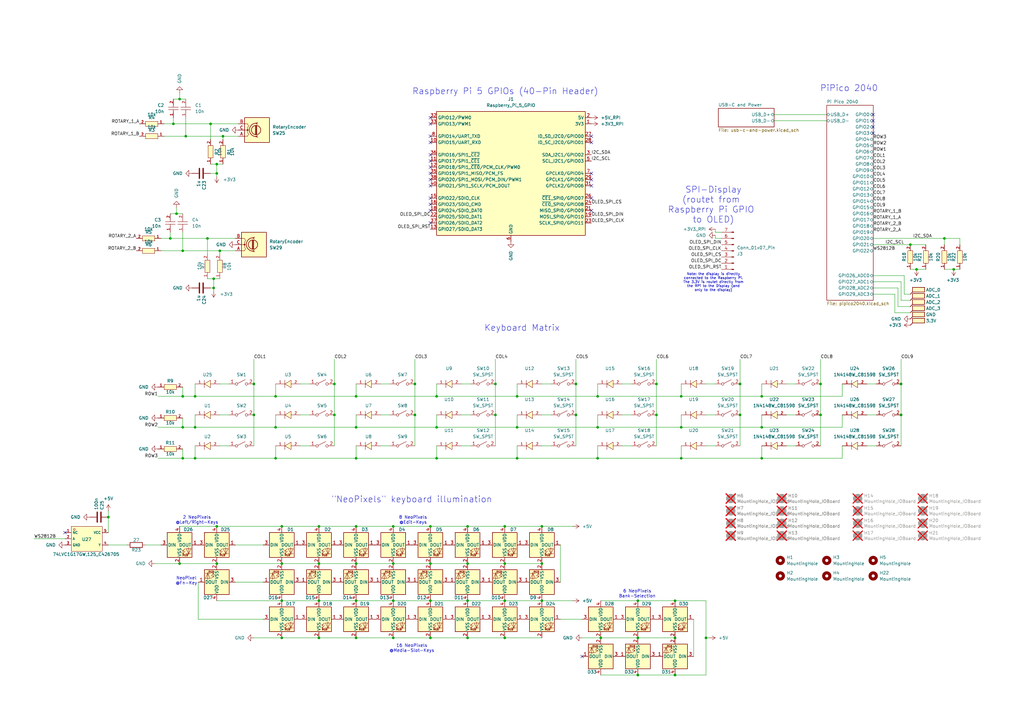
<source format=kicad_sch>
(kicad_sch (version 20250114) (generator "eeschema") (generator_version "9.0")
  (paper "A3")
  (title_block (title "VM-1 Controller") (date "2025-06-05") (rev "2.0") (company "Julian Jungel"))
  (text "6 NeoPixels\nBank-Selection" (at 261.366 243.586 0) (effects (font (size 1.27 1.27))))
  (text "8 NeoPixels\n@Edit-Keys" (at 169.418 213.36 0) (effects (font (size 1.27 1.27))))
  (text "Note: the display is directly\nconnected to the Raspberry Pi.\nThe 3.3V is routet directly from\nthe RPi to the Display (and\nonly to the display)" (at 292.608 115.824 0) (effects (font (size 1.016 1.016))))
  (text "2 NeoPixels\n@Left/Right-Keys" (at 80.772 213.36 0) (effects (font (size 1.27 1.27))))
  (text "\"NeoPixels\" keyboard illumination" (at 168.91 204.978 0) (effects (font (size 2.54 2.54))))
  (text "Raspberry Pi 5 GPIOs (40-Pin Header)" (at 207.264 37.592 0) (effects (font (size 2.54 2.54))))
  (text "Keyboard Matrix" (at 214.122 134.62 0) (effects (font (size 2.54 2.54))))
  (text "SPI-Display\n(routet from \nRaspberry Pi GPIO \nto OLED)" (at 292.608 84.074 0) (effects (font (size 2.54 2.54))))
  (text "16 NeoPixels\n@Media-Slot-Keys" (at 168.91 265.938 0) (effects (font (size 1.27 1.27))))
  (text "NeoPixel\n@Fn-Key" (at 76.454 238.252 0) (effects (font (size 1.27 1.27))))
  (text "PiPico 2040" (at 348.234 36.322 0) (effects (font (size 2.54 2.54))))
  (junction (at 191.77 246.38))
  (junction (at 212.09 175.26))
  (junction (at 191.77 215.9))
  (junction (at 369.57 170.18))
  (junction (at 276.86 246.38))
  (junction (at 137.16 157.48))
  (junction (at 74.93 102.87))
  (junction (at 113.03 162.56))
  (junction (at 146.05 175.26))
  (junction (at 207.01 246.38))
  (junction (at 130.81 231.14))
  (junction (at 375.92 110.49))
  (junction (at 130.81 215.9))
  (junction (at 72.39 87.63))
  (junction (at 146.05 215.9))
  (junction (at 387.35 97.79))
  (junction (at 87.63 118.11))
  (junction (at 90.17 102.87))
  (junction (at 312.42 175.26))
  (junction (at 176.53 261.62))
  (junction (at 87.63 114.3))
  (junction (at 203.2 170.18))
  (junction (at 303.53 157.48))
  (junction (at 207.01 261.62))
  (junction (at 176.53 215.9))
  (junction (at 86.36 50.8))
  (junction (at 44.45 212.09))
  (junction (at 207.01 215.9))
  (junction (at 245.11 162.56))
  (junction (at 74.93 187.96))
  (junction (at 80.01 162.56))
  (junction (at 261.62 276.86))
  (junction (at 115.57 215.9))
  (junction (at 179.07 187.96))
  (junction (at 179.07 175.26))
  (junction (at 88.9 67.31))
  (junction (at 207.01 231.14))
  (junction (at 312.42 162.56))
  (junction (at 176.53 246.38))
  (junction (at 73.66 231.14))
  (junction (at 269.24 170.18))
  (junction (at 222.25 231.14))
  (junction (at 276.86 276.86))
  (junction (at 212.09 162.56))
  (junction (at 146.05 261.62))
  (junction (at 246.38 261.62))
  (junction (at 276.86 261.62))
  (junction (at 191.77 261.62))
  (junction (at 269.24 157.48))
  (junction (at 212.09 187.96))
  (junction (at 161.29 231.14))
  (junction (at 76.2 55.88))
  (junction (at 146.05 187.96))
  (junction (at 104.14 157.48))
  (junction (at 80.01 187.96))
  (junction (at 115.57 231.14))
  (junction (at 191.77 231.14))
  (junction (at 222.25 215.9))
  (junction (at 303.53 170.18))
  (junction (at 170.18 157.48))
  (junction (at 146.05 246.38))
  (junction (at 161.29 246.38))
  (junction (at 91.44 55.88))
  (junction (at 261.62 261.62))
  (junction (at 312.42 187.96))
  (junction (at 391.16 110.49))
  (junction (at 369.57 157.48))
  (junction (at 130.81 261.62))
  (junction (at 88.9 71.12))
  (junction (at 85.09 97.79))
  (junction (at 289.56 261.62))
  (junction (at 336.55 170.18))
  (junction (at 73.66 40.64))
  (junction (at 236.22 170.18))
  (junction (at 161.29 261.62))
  (junction (at 236.22 157.48))
  (junction (at 71.12 50.8))
  (junction (at 146.05 231.14))
  (junction (at 80.01 175.26))
  (junction (at 113.03 175.26))
  (junction (at 115.57 261.62))
  (junction (at 245.11 175.26))
  (junction (at 113.03 187.96))
  (junction (at 203.2 157.48))
  (junction (at 74.93 175.26))
  (junction (at 279.4 187.96))
  (junction (at 88.9 231.14))
  (junction (at 170.18 170.18))
  (junction (at 130.81 246.38))
  (junction (at 137.16 170.18))
  (junction (at 279.4 175.26))
  (junction (at 279.4 162.56))
  (junction (at 222.25 246.38))
  (junction (at 336.55 157.48))
  (junction (at 88.9 215.9))
  (junction (at 176.53 231.14))
  (junction (at 161.29 215.9))
  (junction (at 179.07 162.56))
  (junction (at 373.38 100.33))
  (junction (at 261.62 246.38))
  (junction (at 146.05 162.56))
  (junction (at 104.14 170.18))
  (junction (at 245.11 187.96))
  (junction (at 115.57 246.38))
  (junction (at 74.93 162.56))
  (junction (at 69.85 97.79))
  (no_connect (at 176.53 76.2))
  (no_connect (at 242.57 76.2))
  (no_connect (at 242.57 58.42))
  (no_connect (at 242.57 81.28))
  (no_connect (at 242.57 86.36))
  (no_connect (at 176.53 71.12))
  (no_connect (at 176.53 58.42))
  (no_connect (at 358.14 54.61))
  (no_connect (at 176.53 81.28))
  (no_connect (at 238.76 269.24))
  (no_connect (at 176.53 68.58))
  (no_connect (at 242.57 55.88))
  (no_connect (at 176.53 91.44))
  (no_connect (at 176.53 50.8))
  (no_connect (at 26.67 218.44))
  (no_connect (at 176.53 66.04))
  (no_connect (at 242.57 71.12))
  (no_connect (at 176.53 55.88))
  (no_connect (at 176.53 86.36))
  (no_connect (at 176.53 48.26))
  (no_connect (at 176.53 83.82))
  (no_connect (at 358.14 52.07))
  (no_connect (at 176.53 73.66))
  (no_connect (at 358.14 49.53))
  (no_connect (at 358.14 46.99))
  (no_connect (at 176.53 63.5))
  (no_connect (at 242.57 73.66))
  (wire (pts (xy 88.9 71.12) (xy 88.9 72.39)))
  (wire (pts (xy 73.66 215.9) (xy 88.9 215.9)))
  (wire (pts (xy 146.05 157.48) (xy 146.05 162.56)))
  (wire (pts (xy 312.42 175.26) (xy 345.44 175.26)))
  (wire (pts (xy 90.17 170.18) (xy 93.98 170.18)))
  (wire (pts (xy 113.03 162.56) (xy 146.05 162.56)))
  (wire (pts (xy 146.05 187.96) (xy 179.07 187.96)))
  (wire (pts (xy 69.85 95.25) (xy 69.85 97.79)))
  (wire (pts (xy 207.01 261.62) (xy 222.25 261.62)))
  (wire (pts (xy 80.01 162.56) (xy 113.03 162.56)))
  (wire (pts (xy 80.01 182.88) (xy 80.01 187.96)))
  (wire (pts (xy 373.38 100.33) (xy 379.73 100.33)))
  (wire (pts (xy 146.05 215.9) (xy 161.29 215.9)))
  (wire (pts (xy 245.11 162.56) (xy 279.4 162.56)))
  (wire (pts (xy 96.52 102.87) (xy 90.17 102.87)))
  (wire (pts (xy 81.28 238.76) (xy 81.28 254)))
  (wire (pts (xy 44.45 223.52) (xy 52.07 223.52)))
  (wire (pts (xy 279.4 187.96) (xy 312.42 187.96)))
  (wire (pts (xy 369.57 157.48) (xy 369.57 170.18)))
  (wire (pts (xy 255.27 182.88) (xy 259.08 182.88)))
  (wire (pts (xy 229.87 223.52) (xy 229.87 238.76)))
  (wire (pts (xy 81.28 254) (xy 107.95 254)))
  (wire (pts (xy 44.45 212.09) (xy 44.45 218.44)))
  (wire (pts (xy 91.44 57.15) (xy 91.44 55.88)))
  (wire (pts (xy 317.5 46.99) (xy 339.09 46.99)))
  (wire (pts (xy 146.05 182.88) (xy 146.05 187.96)))
  (wire (pts (xy 80.01 187.96) (xy 113.03 187.96)))
  (wire (pts (xy 207.01 215.9) (xy 222.25 215.9)))
  (wire (pts (xy 203.2 170.18) (xy 203.2 182.88)))
  (wire (pts (xy 67.31 55.88) (xy 76.2 55.88)))
  (wire (pts (xy 336.55 170.18) (xy 336.55 182.88)))
  (wire (pts (xy 85.09 114.3) (xy 87.63 114.3)))
  (wire (pts (xy 74.93 184.15) (xy 74.93 187.96)))
  (wire (pts (xy 355.6 182.88) (xy 359.41 182.88)))
  (wire (pts (xy 322.58 157.48) (xy 326.39 157.48)))
  (wire (pts (xy 88.9 246.38) (xy 115.57 246.38)))
  (wire (pts (xy 73.66 38.1) (xy 73.66 40.64)))
  (wire (pts (xy 345.44 170.18) (xy 345.44 175.26)))
  (wire (pts (xy 289.56 170.18) (xy 293.37 170.18)))
  (wire (pts (xy 261.62 276.86) (xy 246.38 276.86)))
  (wire (pts (xy 115.57 261.62) (xy 130.81 261.62)))
  (wire (pts (xy 71.12 50.8) (xy 86.36 50.8)))
  (wire (pts (xy 86.36 71.12) (xy 88.9 71.12)))
  (wire (pts (xy 236.22 147.32) (xy 236.22 157.48)))
  (wire (pts (xy 191.77 261.62) (xy 207.01 261.62)))
  (wire (pts (xy 279.4 162.56) (xy 312.42 162.56)))
  (wire (pts (xy 245.11 157.48) (xy 245.11 162.56)))
  (wire (pts (xy 370.84 120.65) (xy 373.38 120.65)))
  (wire (pts (xy 289.56 246.38) (xy 289.56 261.62)))
  (wire (pts (xy 368.3 125.73) (xy 373.38 125.73)))
  (wire (pts (xy 66.04 102.87) (xy 74.93 102.87)))
  (wire (pts (xy 86.36 50.8) (xy 97.79 50.8)))
  (wire (pts (xy 236.22 170.18) (xy 236.22 182.88)))
  (wire (pts (xy 261.62 246.38) (xy 276.86 246.38)))
  (wire (pts (xy 176.53 261.62) (xy 191.77 261.62)))
  (wire (pts (xy 179.07 170.18) (xy 179.07 175.26)))
  (wire (pts (xy 322.58 182.88) (xy 326.39 182.88)))
  (wire (pts (xy 80.01 170.18) (xy 80.01 175.26)))
  (wire (pts (xy 269.24 170.18) (xy 269.24 182.88)))
  (wire (pts (xy 358.14 100.33) (xy 373.38 100.33)))
  (wire (pts (xy 74.93 171.45) (xy 74.93 175.26)))
  (wire (pts (xy 191.77 246.38) (xy 207.01 246.38)))
  (wire (pts (xy 86.36 67.31) (xy 88.9 67.31)))
  (wire (pts (xy 245.11 175.26) (xy 279.4 175.26)))
  (wire (pts (xy 355.6 170.18) (xy 359.41 170.18)))
  (wire (pts (xy 369.57 123.19) (xy 373.38 123.19)))
  (wire (pts (xy 146.05 231.14) (xy 161.29 231.14)))
  (wire (pts (xy 279.4 182.88) (xy 279.4 187.96)))
  (wire (pts (xy 72.39 85.09) (xy 72.39 87.63)))
  (wire (pts (xy 207.01 246.38) (xy 222.25 246.38)))
  (wire (pts (xy 156.21 157.48) (xy 160.02 157.48)))
  (wire (pts (xy 289.56 157.48) (xy 293.37 157.48)))
  (wire (pts (xy 203.2 157.48) (xy 203.2 170.18)))
  (wire (pts (xy 293.37 97.79) (xy 295.91 97.79)))
  (wire (pts (xy 130.81 231.14) (xy 146.05 231.14)))
  (wire (pts (xy 179.07 182.88) (xy 179.07 187.96)))
  (wire (pts (xy 74.93 175.26) (xy 80.01 175.26)))
  (wire (pts (xy 189.23 182.88) (xy 193.04 182.88)))
  (wire (pts (xy 80.01 157.48) (xy 80.01 162.56)))
  (wire (pts (xy 222.25 246.38) (xy 234.95 246.38)))
  (wire (pts (xy 88.9 215.9) (xy 115.57 215.9)))
  (wire (pts (xy 66.04 97.79) (xy 69.85 97.79)))
  (wire (pts (xy 87.63 118.11) (xy 87.63 119.38)))
  (wire (pts (xy 104.14 261.62) (xy 115.57 261.62)))
  (wire (pts (xy 146.05 170.18) (xy 146.05 175.26)))
  (wire (pts (xy 358.14 118.11) (xy 368.3 118.11)))
  (wire (pts (xy 179.07 187.96) (xy 212.09 187.96)))
  (wire (pts (xy 222.25 157.48) (xy 226.06 157.48)))
  (wire (pts (xy 97.79 55.88) (xy 91.44 55.88)))
  (wire (pts (xy 161.29 215.9) (xy 176.53 215.9)))
  (wire (pts (xy 373.38 110.49) (xy 375.92 110.49)))
  (wire (pts (xy 113.03 187.96) (xy 146.05 187.96)))
  (wire (pts (xy 113.03 182.88) (xy 113.03 187.96)))
  (wire (pts (xy 73.66 231.14) (xy 88.9 231.14)))
  (wire (pts (xy 255.27 170.18) (xy 259.08 170.18)))
  (wire (pts (xy 358.14 120.65) (xy 367.03 120.65)))
  (wire (pts (xy 88.9 67.31) (xy 91.44 67.31)))
  (wire (pts (xy 191.77 215.9) (xy 207.01 215.9)))
  (wire (pts (xy 73.66 40.64) (xy 76.2 40.64)))
  (wire (pts (xy 276.86 276.86) (xy 261.62 276.86)))
  (wire (pts (xy 115.57 215.9) (xy 130.81 215.9)))
  (wire (pts (xy 96.52 238.76) (xy 107.95 238.76)))
  (wire (pts (xy 74.93 102.87) (xy 90.17 102.87)))
  (wire (pts (xy 71.12 48.26) (xy 71.12 50.8)))
  (wire (pts (xy 212.09 182.88) (xy 212.09 187.96)))
  (wire (pts (xy 391.16 110.49) (xy 393.7 110.49)))
  (wire (pts (xy 146.05 261.62) (xy 161.29 261.62)))
  (wire (pts (xy 74.93 158.75) (xy 74.93 162.56)))
  (wire (pts (xy 289.56 276.86) (xy 276.86 276.86)))
  (wire (pts (xy 189.23 170.18) (xy 193.04 170.18)))
  (wire (pts (xy 303.53 157.48) (xy 303.53 170.18)))
  (wire (pts (xy 246.38 261.62) (xy 261.62 261.62)))
  (wire (pts (xy 191.77 231.14) (xy 207.01 231.14)))
  (wire (pts (xy 336.55 157.48) (xy 336.55 170.18)))
  (wire (pts (xy 71.12 40.64) (xy 73.66 40.64)))
  (wire (pts (xy 212.09 157.48) (xy 212.09 162.56)))
  (wire (pts (xy 85.09 97.79) (xy 85.09 104.14)))
  (wire (pts (xy 156.21 170.18) (xy 160.02 170.18)))
  (wire (pts (xy 229.87 254) (xy 238.76 254)))
  (wire (pts (xy 322.58 170.18) (xy 326.39 170.18)))
  (wire (pts (xy 358.14 113.03) (xy 370.84 113.03)))
  (wire (pts (xy 104.14 170.18) (xy 104.14 182.88)))
  (wire (pts (xy 146.05 246.38) (xy 161.29 246.38)))
  (wire (pts (xy 76.2 55.88) (xy 91.44 55.88)))
  (wire (pts (xy 137.16 157.48) (xy 137.16 170.18)))
  (wire (pts (xy 137.16 170.18) (xy 137.16 182.88)))
  (wire (pts (xy 88.9 231.14) (xy 115.57 231.14)))
  (wire (pts (xy 69.85 97.79) (xy 85.09 97.79)))
  (wire (pts (xy 245.11 170.18) (xy 245.11 175.26)))
  (wire (pts (xy 358.14 115.57) (xy 369.57 115.57)))
  (wire (pts (xy 156.21 182.88) (xy 160.02 182.88)))
  (wire (pts (xy 189.23 157.48) (xy 193.04 157.48)))
  (wire (pts (xy 312.42 187.96) (xy 345.44 187.96)))
  (wire (pts (xy 222.25 215.9) (xy 234.95 215.9)))
  (wire (pts (xy 212.09 162.56) (xy 245.11 162.56)))
  (wire (pts (xy 179.07 157.48) (xy 179.07 162.56)))
  (wire (pts (xy 113.03 170.18) (xy 113.03 175.26)))
  (wire (pts (xy 161.29 261.62) (xy 176.53 261.62)))
  (wire (pts (xy 293.37 93.98) (xy 293.37 95.25)))
  (wire (pts (xy 13.97 220.98) (xy 26.67 220.98)))
  (wire (pts (xy 269.24 147.32) (xy 269.24 157.48)))
  (wire (pts (xy 375.92 110.49) (xy 379.73 110.49)))
  (wire (pts (xy 170.18 157.48) (xy 170.18 170.18)))
  (wire (pts (xy 115.57 246.38) (xy 130.81 246.38)))
  (wire (pts (xy 289.56 261.62) (xy 290.83 261.62)))
  (wire (pts (xy 176.53 231.14) (xy 191.77 231.14)))
  (wire (pts (xy 387.35 110.49) (xy 391.16 110.49)))
  (wire (pts (xy 312.42 170.18) (xy 312.42 175.26)))
  (wire (pts (xy 176.53 215.9) (xy 191.77 215.9)))
  (wire (pts (xy 345.44 182.88) (xy 345.44 187.96)))
  (wire (pts (xy 74.93 95.25) (xy 74.93 102.87)))
  (wire (pts (xy 269.24 157.48) (xy 269.24 170.18)))
  (wire (pts (xy 303.53 170.18) (xy 303.53 182.88)))
  (wire (pts (xy 64.77 187.96) (xy 74.93 187.96)))
  (wire (pts (xy 64.77 162.56) (xy 74.93 162.56)))
  (wire (pts (xy 246.38 246.38) (xy 261.62 246.38)))
  (wire (pts (xy 355.6 157.48) (xy 359.41 157.48)))
  (wire (pts (xy 76.2 48.26) (xy 76.2 55.88)))
  (wire (pts (xy 104.14 147.32) (xy 104.14 157.48)))
  (wire (pts (xy 161.29 231.14) (xy 176.53 231.14)))
  (wire (pts (xy 212.09 187.96) (xy 245.11 187.96)))
  (wire (pts (xy 176.53 246.38) (xy 191.77 246.38)))
  (wire (pts (xy 179.07 175.26) (xy 212.09 175.26)))
  (wire (pts (xy 130.81 261.62) (xy 146.05 261.62)))
  (wire (pts (xy 123.19 157.48) (xy 127 157.48)))
  (wire (pts (xy 96.52 223.52) (xy 107.95 223.52)))
  (wire (pts (xy 137.16 147.32) (xy 137.16 157.48)))
  (wire (pts (xy 369.57 147.32) (xy 369.57 157.48)))
  (wire (pts (xy 336.55 147.32) (xy 336.55 157.48)))
  (wire (pts (xy 59.69 223.52) (xy 66.04 223.52)))
  (wire (pts (xy 90.17 182.88) (xy 93.98 182.88)))
  (wire (pts (xy 293.37 96.52) (xy 293.37 97.79)))
  (wire (pts (xy 203.2 147.32) (xy 203.2 157.48)))
  (wire (pts (xy 279.4 157.48) (xy 279.4 162.56)))
  (wire (pts (xy 207.01 231.14) (xy 222.25 231.14)))
  (wire (pts (xy 86.36 50.8) (xy 86.36 57.15)))
  (wire (pts (xy 279.4 175.26) (xy 312.42 175.26)))
  (wire (pts (xy 367.03 128.27) (xy 373.38 128.27)))
  (wire (pts (xy 303.53 147.32) (xy 303.53 157.48)))
  (wire (pts (xy 85.09 97.79) (xy 96.52 97.79)))
  (wire (pts (xy 245.11 182.88) (xy 245.11 187.96)))
  (wire (pts (xy 367.03 120.65) (xy 367.03 128.27)))
  (wire (pts (xy 393.7 97.79) (xy 393.7 100.33)))
  (wire (pts (xy 276.86 246.38) (xy 289.56 246.38)))
  (wire (pts (xy 345.44 157.48) (xy 345.44 162.56)))
  (wire (pts (xy 74.93 162.56) (xy 80.01 162.56)))
  (wire (pts (xy 80.01 175.26) (xy 113.03 175.26)))
  (wire (pts (xy 312.42 157.48) (xy 312.42 162.56)))
  (wire (pts (xy 245.11 187.96) (xy 279.4 187.96)))
  (wire (pts (xy 74.93 187.96) (xy 80.01 187.96)))
  (wire (pts (xy 170.18 147.32) (xy 170.18 157.48)))
  (wire (pts (xy 161.29 246.38) (xy 176.53 246.38)))
  (wire (pts (xy 64.77 175.26) (xy 74.93 175.26)))
  (wire (pts (xy 369.57 115.57) (xy 369.57 123.19)))
  (wire (pts (xy 69.85 87.63) (xy 72.39 87.63)))
  (wire (pts (xy 104.14 157.48) (xy 104.14 170.18)))
  (wire (pts (xy 44.45 209.55) (xy 44.45 212.09)))
  (wire (pts (xy 87.63 114.3) (xy 87.63 118.11)))
  (wire (pts (xy 212.09 170.18) (xy 212.09 175.26)))
  (wire (pts (xy 113.03 175.26) (xy 146.05 175.26)))
  (wire (pts (xy 113.03 157.48) (xy 113.03 162.56)))
  (wire (pts (xy 368.3 118.11) (xy 368.3 125.73)))
  (wire (pts (xy 146.05 175.26) (xy 179.07 175.26)))
  (wire (pts (xy 238.76 261.62) (xy 246.38 261.62)))
  (wire (pts (xy 88.9 67.31) (xy 88.9 71.12)))
  (wire (pts (xy 279.4 170.18) (xy 279.4 175.26)))
  (wire (pts (xy 370.84 113.03) (xy 370.84 120.65)))
  (wire (pts (xy 130.81 246.38) (xy 146.05 246.38)))
  (wire (pts (xy 312.42 162.56) (xy 345.44 162.56)))
  (wire (pts (xy 387.35 97.79) (xy 393.7 97.79)))
  (wire (pts (xy 289.56 182.88) (xy 293.37 182.88)))
  (wire (pts (xy 312.42 182.88) (xy 312.42 187.96)))
  (wire (pts (xy 222.25 182.88) (xy 226.06 182.88)))
  (wire (pts (xy 212.09 175.26) (xy 245.11 175.26)))
  (wire (pts (xy 67.31 50.8) (xy 71.12 50.8)))
  (wire (pts (xy 284.48 254) (xy 284.48 269.24)))
  (wire (pts (xy 222.25 170.18) (xy 226.06 170.18)))
  (wire (pts (xy 289.56 261.62) (xy 289.56 276.86)))
  (wire (pts (xy 90.17 104.14) (xy 90.17 102.87)))
  (wire (pts (xy 130.81 215.9) (xy 146.05 215.9)))
  (wire (pts (xy 387.35 97.79) (xy 387.35 100.33)))
  (wire (pts (xy 86.36 118.11) (xy 87.63 118.11)))
  (wire (pts (xy 293.37 95.25) (xy 295.91 95.25)))
  (wire (pts (xy 87.63 114.3) (xy 90.17 114.3)))
  (wire (pts (xy 123.19 182.88) (xy 127 182.88)))
  (wire (pts (xy 236.22 157.48) (xy 236.22 170.18)))
  (wire (pts (xy 123.19 170.18) (xy 127 170.18)))
  (wire (pts (xy 358.14 97.79) (xy 387.35 97.79)))
  (wire (pts (xy 261.62 261.62) (xy 276.86 261.62)))
  (wire (pts (xy 369.57 170.18) (xy 369.57 182.88)))
  (wire (pts (xy 179.07 162.56) (xy 212.09 162.56)))
  (wire (pts (xy 170.18 170.18) (xy 170.18 182.88)))
  (wire (pts (xy 72.39 87.63) (xy 74.93 87.63)))
  (wire (pts (xy 90.17 157.48) (xy 93.98 157.48)))
  (wire (pts (xy 255.27 157.48) (xy 259.08 157.48)))
  (wire (pts (xy 63.5 231.14) (xy 73.66 231.14)))
  (wire (pts (xy 115.57 231.14) (xy 130.81 231.14)))
  (wire (pts (xy 146.05 162.56) (xy 179.07 162.56)))
  (wire (pts (xy 317.5 49.53) (xy 339.09 49.53)))
  (label "ROTARY_2_B" (at 358.14 92.71 0))
  (label "COL1" (at 358.14 64.77 0))
  (label "ROTARY_2_B" (at 55.88 102.87 180))
  (label "OLED_SPI_CS" (at 295.91 105.41 180))
  (label "I2C_SDA" (at 382.27 97.79 180))
  (label "COL5" (at 358.14 74.93 0))
  (label "COL7" (at 303.53 147.32 0))
  (label "COL9" (at 358.14 85.09 0))
  (label "OLED_SPI_DC" (at 295.91 107.95 180))
  (label "OLED_SPI_DIN" (at 242.57 88.9 0))
  (label "COL3" (at 170.18 147.32 0))
  (label "OLED_SPI_CS" (at 242.57 83.82 0))
  (label "OLED_SPI_CLK" (at 295.91 102.87 180))
  (label "ROW1" (at 64.77 162.56 180))
  (label "ROW3" (at 358.14 57.15 0))
  (label "WS2812B" (at 13.97 220.98 0))
  (label "ROW3" (at 64.77 187.96 180))
  (label "WS2812B" (at 358.14 102.87 0))
  (label "OLED_SPI_DC" (at 176.53 88.9 180))
  (label "COL4" (at 203.2 147.32 0))
  (label "ROTARY_1_A" (at 358.14 90.17 0))
  (label "ROTARY_1_B" (at 57.15 55.88 180))
  (label "ROTARY_1_B" (at 358.14 87.63 0))
  (label "COL5" (at 236.22 147.32 0))
  (label "COL8" (at 336.55 147.32 0))
  (label "COL7" (at 358.14 80.01 0))
  (label "COL2" (at 137.16 147.32 0))
  (label "ROW2" (at 358.14 59.69 0))
  (label "COL8" (at 358.14 82.55 0))
  (label "COL4" (at 358.14 72.39 0))
  (label "COL6" (at 269.24 147.32 0))
  (label "OLED_SPI_RST" (at 295.91 110.49 180))
  (label "ROTARY_2_A" (at 358.14 95.25 0))
  (label "I2C_SCL" (at 242.57 66.04 0))
  (label "COL3" (at 358.14 69.85 0))
  (label "ROTARY_1_A" (at 57.15 50.8 180))
  (label "OLED_SPI_DIN" (at 295.91 100.33 180))
  (label "COL1" (at 104.14 147.32 0))
  (label "I2C_SDA" (at 242.57 63.5 0))
  (label "COL6" (at 358.14 77.47 0))
  (label "ROW1" (at 358.14 62.23 0))
  (label "OLED_SPI_RST" (at 176.53 93.98 180))
  (label "OLED_SPI_CLK" (at 242.57 91.44 0))
  (label "ROW2" (at 64.77 175.26 180))
  (label "I2C_SCL" (at 370.84 100.33 180))
  (label "COL9" (at 369.57 147.32 0))
  (label "COL2" (at 358.14 67.31 0))
  (label "ROTARY_2_A" (at 55.88 97.79 180))
  (symbol (lib_id "Mechanical:MountingHole") (at 320.675 219.71 0) (unit 1) (exclude_from_sim yes) (in_bom no) (on_board no) (dnp yes)
    (property "Reference" "H13" (at 323.215 218.567 0) (effects (justify left)))
    (property "Value" "MountingHole_IOBoard" (at 323.215 220.853 0) (effects (justify left)))
    (property "Footprint" "MountingHole:MountingHole_2.5mm" (effects (hide yes)))
    (property "Field4" "nf" (effects (hide yes)))
    (property "Field5" "nf" (effects (hide yes)))
    (property "Field6" "nf" (effects (hide yes)))
    (property "Field7" "nf" (effects (hide yes)))
    (property "Part Description" "M2.5 mounting hole" (effects (hide yes)))
  )
  (symbol (lib_id "Mechanical:MountingHole") (at 320.675 214.63 0) (unit 1) (exclude_from_sim yes) (in_bom no) (on_board no) (dnp yes)
    (property "Reference" "H12" (at 323.215 213.487 0) (effects (justify left)))
    (property "Value" "MountingHole_IOBoard" (at 323.215 215.773 0) (effects (justify left)))
    (property "Footprint" "MountingHole:MountingHole_2.5mm" (effects (hide yes)))
    (property "Field4" "nf" (effects (hide yes)))
    (property "Field5" "nf" (effects (hide yes)))
    (property "Field6" "nf" (effects (hide yes)))
    (property "Field7" "nf" (effects (hide yes)))
    (property "Part Description" "M2.5 mounting hole" (effects (hide yes)))
  )
  (symbol (lib_id "Mechanical:MountingHole") (at 320.675 209.55 0) (unit 1) (exclude_from_sim yes) (in_bom no) (on_board no) (dnp yes)
    (property "Reference" "H11" (at 323.215 208.407 0) (effects (justify left)))
    (property "Value" "MountingHole_IOBoard" (at 323.215 210.693 0) (effects (justify left)))
    (property "Footprint" "MountingHole:MountingHole_2.5mm" (effects (hide yes)))
    (property "Field4" "nf" (effects (hide yes)))
    (property "Field5" "nf" (effects (hide yes)))
    (property "Field6" "nf" (effects (hide yes)))
    (property "Field7" "nf" (effects (hide yes)))
    (property "Part Description" "M2.5 mounting hole" (effects (hide yes)))
  )
  (symbol (lib_id "vm-1:0402WGF1002TCE") (at 69.85 184.15 0) (unit 1)
    (property "Reference" "R11" (at 69.85 181.61 0))
    (property "Value" "10k" (at 69.85 186.182 0))
    (property "Footprint" "Resistor_SMD:R_0402_1005Metric" (effects (hide yes)))
    (property "Datasheet" "https://item.szlcsc.com/323315.html" (effects (hide yes)))
    (property "LCSC" "C25744" (effects (hide yes)))
  )
  (symbol (lib_id "LED:WS2812B-2020") (at 222.25 223.52 0) (unit 1)
    (property "Reference" "D8" (at 225.806 217.17 0))
    (property "Value" "WS2812B-2020" (effects (hide yes)))
    (property "Footprint" "LED_SMD:LED_WS2812B-2020_PLCC4_2.0x2.0mm" (effects (hide yes)))
    (property "Datasheet" "https://cdn-shop.adafruit.com/product-files/4684/4684_WS2812B-2020_V1.3_EN.pdf" (effects (hide yes)))
    (property "Description" "RGB LED with integrated controller, 2.0 x 2.0 mm, 12 mA" (effects (hide yes)))
  )
  (symbol (lib_id "Switch:SW_SPST") (at 132.08 182.88 0) (unit 1) (in_bom no)
    (property "Reference" "SW6" (at 132.08 179.07 0))
    (property "Value" "SW_SPST" (effects (hide yes)))
    (property "Footprint" "vm-1:SW_Gateron_LowProfile_THT" (effects (hide yes)))
  )
  (symbol (lib_id "power:+3V3") (at 375.92 110.49 180) (unit 1)
    (property "Reference" "#PWR056" (effects (hide yes)))
    (property "Value" "+3V3" (at 375.539 114.8842 0))
  )
  (symbol (lib_id "power:GND") (at 78.74 71.12 270) (unit 1)
    (property "Reference" "#PWR09" (effects (hide yes)))
    (property "Value" "GND" (at 74.93 71.12 90) (effects (justify right)))
  )
  (symbol (lib_id "LED:WS2812B-2020") (at 146.05 223.52 0) (unit 1)
    (property "Reference" "D3" (at 149.606 217.17 0))
    (property "Value" "WS2812B-2020" (effects (hide yes)))
    (property "Footprint" "LED_SMD:LED_WS2812B-2020_PLCC4_2.0x2.0mm" (effects (hide yes)))
    (property "Datasheet" "https://cdn-shop.adafruit.com/product-files/4684/4684_WS2812B-2020_V1.3_EN.pdf" (effects (hide yes)))
    (property "Description" "RGB LED with integrated controller, 2.0 x 2.0 mm, 12 mA" (effects (hide yes)))
  )
  (symbol (lib_id "power:GND") (at 72.39 85.09 180) (unit 1)
    (property "Reference" "#PWR019" (effects (hide yes)))
    (property "Value" "GND" (at 72.39 81.28 90) (effects (justify right)))
  )
  (symbol (lib_id "LED:WS2812B-2020") (at 261.62 254 0) (unit 1)
    (property "Reference" "D29" (at 265.176 247.65 0))
    (property "Value" "WS2812B-2020" (effects (hide yes)))
    (property "Footprint" "LED_SMD:LED_WS2812B-2020_PLCC4_2.0x2.0mm" (effects (hide yes)))
    (property "Datasheet" "https://cdn-shop.adafruit.com/product-files/4684/4684_WS2812B-2020_V1.3_EN.pdf" (effects (hide yes)))
    (property "Description" "RGB LED with integrated controller, 2.0 x 2.0 mm, 12 mA" (effects (hide yes)))
  )
  (symbol (lib_id "vm-1:1N4148W_C81598") (at 184.15 182.88 0) (unit 1)
    (property "Reference" "U11" (at 184.15 176.53 0))
    (property "Value" "1N4148W_C81598" (effects (hide yes)))
    (property "Footprint" "Diode_SMD:D_SOD-123" (effects (hide yes)))
    (property "Datasheet" "http://www.jinghenggroup.com/DATABOOK2010/10ZENER/MM1Z2V0THRUMM1Z120SOD123.pdf" (effects (hide yes)))
    (property "LCSC" "C81598" (effects (hide yes)))
  )
  (symbol (lib_id "LED:WS2812B-2020") (at 161.29 223.52 0) (unit 1)
    (property "Reference" "D4" (at 164.846 217.17 0))
    (property "Value" "WS2812B-2020" (effects (hide yes)))
    (property "Footprint" "LED_SMD:LED_WS2812B-2020_PLCC4_2.0x2.0mm" (effects (hide yes)))
    (property "Datasheet" "https://cdn-shop.adafruit.com/product-files/4684/4684_WS2812B-2020_V1.3_EN.pdf" (effects (hide yes)))
    (property "Description" "RGB LED with integrated controller, 2.0 x 2.0 mm, 12 mA" (effects (hide yes)))
  )
  (symbol (lib_id "Switch:SW_SPST") (at 264.16 157.48 0) (unit 1) (in_bom no)
    (property "Reference" "SW16" (at 264.16 151.13 0))
    (property "Value" "SW_SPST" (at 264.16 153.67 0))
    (property "Footprint" "vm-1:SW_Gateron_LowProfile_THT" (effects (hide yes)))
  )
  (symbol (lib_id "Mechanical:MountingHole") (at 299.72 214.63 0) (unit 1) (exclude_from_sim yes) (in_bom no) (on_board no) (dnp yes)
    (property "Reference" "H8" (at 302.26 213.487 0) (effects (justify left)))
    (property "Value" "MountingHole_IOBoard" (at 302.26 215.773 0) (effects (justify left)))
    (property "Footprint" "MountingHole:MountingHole_2.5mm" (effects (hide yes)))
    (property "Field4" "nf" (effects (hide yes)))
    (property "Field5" "nf" (effects (hide yes)))
    (property "Field6" "nf" (effects (hide yes)))
    (property "Field7" "nf" (effects (hide yes)))
    (property "Part Description" "M2.5 mounting hole" (effects (hide yes)))
  )
  (symbol (lib_id "vm-1:0402WGF1002TCE") (at 60.96 97.79 0) (mirror y) (unit 1)
    (property "Reference" "R5" (at 60.96 95.25 0))
    (property "Value" "10k" (at 60.96 93.98 0))
    (property "Footprint" "Resistor_SMD:R_0402_1005Metric" (effects (hide yes)))
    (property "Datasheet" "https://item.szlcsc.com/323315.html" (effects (hide yes)))
    (property "LCSC" "C25744" (effects (hide yes)))
  )
  (symbol (lib_id "LED:WS2812B-2020") (at 191.77 223.52 0) (unit 1)
    (property "Reference" "D6" (at 195.326 217.17 0))
    (property "Value" "WS2812B-2020" (effects (hide yes)))
    (property "Footprint" "LED_SMD:LED_WS2812B-2020_PLCC4_2.0x2.0mm" (effects (hide yes)))
    (property "Datasheet" "https://cdn-shop.adafruit.com/product-files/4684/4684_WS2812B-2020_V1.3_EN.pdf" (effects (hide yes)))
    (property "Description" "RGB LED with integrated controller, 2.0 x 2.0 mm, 12 mA" (effects (hide yes)))
  )
  (symbol (lib_id "vm-1:CL05B103KB5NNNC") (at 71.12 44.45 270) (mirror x) (unit 1)
    (property "Reference" "C2" (at 67.31 43.18 90) (effects (justify right)))
    (property "Value" "10n" (at 67.31 45.72 90) (effects (justify right)))
    (property "Footprint" "Capacitor_SMD:C_0402_1005Metric" (effects (hide yes)))
    (property "Datasheet" "https://item.szlcsc.com/15869.html" (effects (hide yes)))
    (property "LCSC" "C15195" (effects (hide yes)))
  )
  (symbol (lib_id "LED:WS2812B-2020") (at 88.9 223.52 0) (unit 1)
    (property "Reference" "D25" (at 92.456 217.17 0))
    (property "Value" "WS2812B-2020" (effects (hide yes)))
    (property "Footprint" "LED_SMD:LED_WS2812B-2020_PLCC4_2.0x2.0mm" (effects (hide yes)))
    (property "Datasheet" "https://cdn-shop.adafruit.com/product-files/4684/4684_WS2812B-2020_V1.3_EN.pdf" (effects (hide yes)))
    (property "Description" "RGB LED with integrated controller, 2.0 x 2.0 mm, 12 mA" (effects (hide yes)))
  )
  (symbol (lib_id "LED:WS2812B-2020") (at 146.05 238.76 180) (unit 1)
    (property "Reference" "D14" (at 142.494 245.11 0))
    (property "Value" "WS2812B-2020" (effects (hide yes)))
    (property "Footprint" "LED_SMD:LED_WS2812B-2020_PLCC4_2.0x2.0mm" (effects (hide yes)))
    (property "Datasheet" "https://cdn-shop.adafruit.com/product-files/4684/4684_WS2812B-2020_V1.3_EN.pdf" (effects (hide yes)))
    (property "Description" "RGB LED with integrated controller, 2.0 x 2.0 mm, 12 mA" (effects (hide yes)))
  )
  (symbol (lib_id "Switch:SW_SPST") (at 298.45 182.88 0) (unit 1) (in_bom no)
    (property "Reference" "SW21" (at 298.45 176.53 0))
    (property "Value" "SW_SPST" (at 298.45 179.07 0))
    (property "Footprint" "vm-1:SW_Gateron_LowProfile_THT" (effects (hide yes)))
  )
  (symbol (lib_id "LED:WS2812B-2020") (at 115.57 254 0) (unit 1)
    (property "Reference" "D17" (at 119.126 247.65 0))
    (property "Value" "WS2812B-2020" (effects (hide yes)))
    (property "Footprint" "LED_SMD:LED_WS2812B-2020_PLCC4_2.0x2.0mm" (effects (hide yes)))
    (property "Datasheet" "https://cdn-shop.adafruit.com/product-files/4684/4684_WS2812B-2020_V1.3_EN.pdf" (effects (hide yes)))
    (property "Description" "RGB LED with integrated controller, 2.0 x 2.0 mm, 12 mA" (effects (hide yes)))
  )
  (symbol (lib_id "power:GND") (at 78.74 118.11 270) (unit 1)
    (property "Reference" "#PWR010" (effects (hide yes)))
    (property "Value" "GND" (at 74.93 118.11 90) (effects (justify right)))
  )
  (symbol (lib_id "power:GND") (at 36.83 212.09 270) (mirror x) (unit 1)
    (property "Reference" "#PWR024" (effects (hide yes)))
    (property "Value" "GND" (at 33.02 212.09 90) (effects (justify right)))
  )
  (symbol (lib_id "vm-1:0402WGF1002TCE") (at 90.17 109.22 270) (mirror x) (unit 1)
    (property "Reference" "R8" (at 92.202 108.966 0))
    (property "Value" "10k" (at 93.98 109.22 0))
    (property "Footprint" "Resistor_SMD:R_0402_1005Metric" (effects (hide yes)))
    (property "Datasheet" "https://item.szlcsc.com/323315.html" (effects (hide yes)))
    (property "LCSC" "C25744" (effects (hide yes)))
  )
  (symbol (lib_id "Switch:SW_SPST") (at 364.49 182.88 0) (unit 1) (in_bom no)
    (property "Reference" "SW28" (at 364.49 176.53 0))
    (property "Value" "SW_SPST" (at 364.49 179.07 0))
    (property "Footprint" "vm-1:SW_Gateron_LowProfile_THT" (effects (hide yes)))
  )
  (symbol (lib_id "Switch:SW_SPST") (at 198.12 157.48 0) (unit 1) (in_bom no)
    (property "Reference" "SW10" (at 198.12 151.13 0))
    (property "Value" "SW_SPST" (at 198.12 153.67 0))
    (property "Footprint" "vm-1:SW_Gateron_LowProfile_THT" (effects (hide yes)))
  )
  (symbol (lib_id "Mechanical:MountingHole") (at 378.46 214.63 0) (unit 1) (exclude_from_sim yes) (in_bom no) (on_board no) (dnp yes)
    (property "Reference" "H20" (at 381 213.487 0) (effects (justify left)))
    (property "Value" "MountingHole_IOBoard" (at 381 215.773 0) (effects (justify left)))
    (property "Footprint" "MountingHole:MountingHole_2.5mm" (effects (hide yes)))
    (property "Field4" "nf" (effects (hide yes)))
    (property "Field5" "nf" (effects (hide yes)))
    (property "Field6" "nf" (effects (hide yes)))
    (property "Field7" "nf" (effects (hide yes)))
    (property "Part Description" "M2.5 mounting hole" (effects (hide yes)))
  )
  (symbol (lib_id "LED:WS2812B-2020") (at 146.05 254 0) (unit 1)
    (property "Reference" "D19" (at 149.606 247.65 0))
    (property "Value" "WS2812B-2020" (effects (hide yes)))
    (property "Footprint" "LED_SMD:LED_WS2812B-2020_PLCC4_2.0x2.0mm" (effects (hide yes)))
    (property "Datasheet" "https://cdn-shop.adafruit.com/product-files/4684/4684_WS2812B-2020_V1.3_EN.pdf" (effects (hide yes)))
    (property "Description" "RGB LED with integrated controller, 2.0 x 2.0 mm, 12 mA" (effects (hide yes)))
  )
  (symbol (lib_id "LED:WS2812B-2020") (at 115.57 223.52 0) (unit 1)
    (property "Reference" "D1" (at 119.126 217.17 0))
    (property "Value" "WS2812B-2020" (effects (hide yes)))
    (property "Footprint" "LED_SMD:LED_WS2812B-2020_PLCC4_2.0x2.0mm" (effects (hide yes)))
    (property "Datasheet" "https://cdn-shop.adafruit.com/product-files/4684/4684_WS2812B-2020_V1.3_EN.pdf" (effects (hide yes)))
    (property "Description" "RGB LED with integrated controller, 2.0 x 2.0 mm, 12 mA" (effects (hide yes)))
  )
  (symbol (lib_id "vm-1:1N4148W_C81598") (at 118.11 182.88 0) (unit 1)
    (property "Reference" "U5" (at 118.11 179.07 0))
    (property "Value" "1N4148W_C81598" (effects (hide yes)))
    (property "Footprint" "Diode_SMD:D_SOD-123" (effects (hide yes)))
    (property "Datasheet" "http://www.jinghenggroup.com/DATABOOK2010/10ZENER/MM1Z2V0THRUMM1Z120SOD123.pdf" (effects (hide yes)))
    (property "LCSC" "C81598" (effects (hide yes)))
  )
  (symbol (lib_id "Mechanical:MountingHole") (at 378.46 219.71 0) (unit 1) (exclude_from_sim yes) (in_bom no) (on_board no) (dnp yes)
    (property "Reference" "H21" (at 381 218.567 0) (effects (justify left)))
    (property "Value" "MountingHole_IOBoard" (at 381 220.853 0) (effects (justify left)))
    (property "Footprint" "MountingHole:MountingHole_2.5mm" (effects (hide yes)))
    (property "Field4" "nf" (effects (hide yes)))
    (property "Field5" "nf" (effects (hide yes)))
    (property "Field6" "nf" (effects (hide yes)))
    (property "Field7" "nf" (effects (hide yes)))
    (property "Part Description" "M2.5 mounting hole" (effects (hide yes)))
  )
  (symbol (lib_id "Mechanical:MountingHole") (at 320.04 229.87 0) (unit 1)
    (property "Reference" "H1" (at 322.58 228.6 0) (effects (justify left)))
    (property "Value" "MountingHole" (at 322.58 231.14 0) (effects (justify left)))
    (property "Footprint" "MountingHole:MountingHole_3.2mm_M3" (effects (hide yes)))
  )
  (symbol (lib_id "power:+3V3") (at 88.9 72.39 180) (unit 1)
    (property "Reference" "#PWR02" (effects (hide yes)))
    (property "Value" "+3V3" (at 91.44 73.66 0) (effects (justify right)))
  )
  (symbol (lib_id "LED:WS2812B-2020") (at 176.53 223.52 0) (unit 1)
    (property "Reference" "D5" (at 180.086 217.17 0))
    (property "Value" "WS2812B-2020" (effects (hide yes)))
    (property "Footprint" "LED_SMD:LED_WS2812B-2020_PLCC4_2.0x2.0mm" (effects (hide yes)))
    (property "Datasheet" "https://cdn-shop.adafruit.com/product-files/4684/4684_WS2812B-2020_V1.3_EN.pdf" (effects (hide yes)))
    (property "Description" "RGB LED with integrated controller, 2.0 x 2.0 mm, 12 mA" (effects (hide yes)))
  )
  (symbol (lib_id "LED:WS2812B-2020") (at 276.86 254 0) (unit 1)
    (property "Reference" "D30" (at 280.416 247.65 0))
    (property "Value" "WS2812B-2020" (effects (hide yes)))
    (property "Footprint" "LED_SMD:LED_WS2812B-2020_PLCC4_2.0x2.0mm" (effects (hide yes)))
    (property "Datasheet" "https://cdn-shop.adafruit.com/product-files/4684/4684_WS2812B-2020_V1.3_EN.pdf" (effects (hide yes)))
    (property "Description" "RGB LED with integrated controller, 2.0 x 2.0 mm, 12 mA" (effects (hide yes)))
  )
  (symbol (lib_id "vm-1:1N4148W_C81598") (at 350.52 182.88 0) (unit 1)
    (property "Reference" "U28" (at 350.52 176.53 0))
    (property "Value" "1N4148W_C81598" (at 350.52 179.07 0))
    (property "Footprint" "Diode_SMD:D_SOD-123" (effects (hide yes)))
    (property "Datasheet" "http://www.jinghenggroup.com/DATABOOK2010/10ZENER/MM1Z2V0THRUMM1Z120SOD123.pdf" (effects (hide yes)))
    (property "LCSC" "C81598" (effects (hide yes)))
  )
  (symbol (lib_id "LED:WS2812B-2020") (at 207.01 223.52 0) (unit 1)
    (property "Reference" "D7" (at 210.566 217.17 0))
    (property "Value" "WS2812B-2020" (effects (hide yes)))
    (property "Footprint" "LED_SMD:LED_WS2812B-2020_PLCC4_2.0x2.0mm" (effects (hide yes)))
    (property "Datasheet" "https://cdn-shop.adafruit.com/product-files/4684/4684_WS2812B-2020_V1.3_EN.pdf" (effects (hide yes)))
    (property "Description" "RGB LED with integrated controller, 2.0 x 2.0 mm, 12 mA" (effects (hide yes)))
  )
  (symbol (lib_id "LED:WS2812B-2020") (at 222.25 238.76 180) (unit 1)
    (property "Reference" "D9" (at 218.694 245.11 0))
    (property "Value" "WS2812B-2020" (effects (hide yes)))
    (property "Footprint" "LED_SMD:LED_WS2812B-2020_PLCC4_2.0x2.0mm" (effects (hide yes)))
    (property "Datasheet" "https://cdn-shop.adafruit.com/product-files/4684/4684_WS2812B-2020_V1.3_EN.pdf" (effects (hide yes)))
    (property "Description" "RGB LED with integrated controller, 2.0 x 2.0 mm, 12 mA" (effects (hide yes)))
  )
  (symbol (lib_id "vm-1:1N4148W_C81598") (at 151.13 157.48 0) (unit 1)
    (property "Reference" "U6" (at 151.13 153.67 0))
    (property "Value" "1N4148W_C81598" (effects (hide yes)))
    (property "Footprint" "Diode_SMD:D_SOD-123" (effects (hide yes)))
    (property "Datasheet" "http://www.jinghenggroup.com/DATABOOK2010/10ZENER/MM1Z2V0THRUMM1Z120SOD123.pdf" (effects (hide yes)))
    (property "LCSC" "C81598" (effects (hide yes)))
  )
  (symbol (lib_id "LED:WS2812B-2020") (at 276.86 269.24 180) (unit 1)
    (property "Reference" "D31" (at 273.304 275.59 0))
    (property "Value" "WS2812B-2020" (effects (hide yes)))
    (property "Footprint" "LED_SMD:LED_WS2812B-2020_PLCC4_2.0x2.0mm" (effects (hide yes)))
    (property "Datasheet" "https://cdn-shop.adafruit.com/product-files/4684/4684_WS2812B-2020_V1.3_EN.pdf" (effects (hide yes)))
    (property "Description" "RGB LED with integrated controller, 2.0 x 2.0 mm, 12 mA" (effects (hide yes)))
  )
  (symbol (lib_id "vm-1:1N4148W_C81598") (at 85.09 157.48 0) (unit 1)
    (property "Reference" "U25" (at 85.09 153.67 0))
    (property "Value" "1N4148W_C81598" (effects (hide yes)))
    (property "Footprint" "Diode_SMD:D_SOD-123" (effects (hide yes)))
    (property "Datasheet" "http://www.jinghenggroup.com/DATABOOK2010/10ZENER/MM1Z2V0THRUMM1Z120SOD123.pdf" (effects (hide yes)))
    (property "LCSC" "C81598" (effects (hide yes)))
  )
  (symbol (lib_id "Switch:SW_SPST") (at 298.45 157.48 0) (unit 1) (in_bom no)
    (property "Reference" "SW19" (at 298.45 151.13 0))
    (property "Value" "SW_SPST" (at 298.45 153.67 0))
    (property "Footprint" "vm-1:SW_Gateron_LowProfile_THT" (effects (hide yes)))
  )
  (symbol (lib_id "power:GND") (at 73.66 38.1 180) (unit 1)
    (property "Reference" "#PWR06" (effects (hide yes)))
    (property "Value" "GND" (at 73.66 34.29 90) (effects (justify right)))
  )
  (symbol (lib_id "Mechanical:MountingHole") (at 320.675 204.47 0) (unit 1) (exclude_from_sim yes) (in_bom no) (on_board no) (dnp yes)
    (property "Reference" "H10" (at 323.215 203.327 0) (effects (justify left)))
    (property "Value" "MountingHole_IOBoard" (at 323.215 205.613 0) (effects (justify left)))
    (property "Footprint" "MountingHole:MountingHole_2.5mm" (effects (hide yes)))
    (property "Field4" "nf" (effects (hide yes)))
    (property "Field5" "nf" (effects (hide yes)))
    (property "Field6" "nf" (effects (hide yes)))
    (property "Field7" "nf" (effects (hide yes)))
    (property "Part Description" "M2.5 mounting hole" (effects (hide yes)))
  )
  (symbol (lib_id "Mechanical:MountingHole") (at 358.14 229.87 0) (unit 1)
    (property "Reference" "H5" (at 360.68 228.6 0) (effects (justify left)))
    (property "Value" "MountingHole" (at 360.68 231.14 0) (effects (justify left)))
    (property "Footprint" "MountingHole:MountingHole_3.2mm_M3" (effects (hide yes)))
  )
  (symbol (lib_id "vm-1:0402WGF1002TCE") (at 60.96 102.87 0) (mirror y) (unit 1)
    (property "Reference" "R6" (at 60.96 100.33 0))
    (property "Value" "10k" (at 60.96 99.06 0))
    (property "Footprint" "Resistor_SMD:R_0402_1005Metric" (effects (hide yes)))
    (property "Datasheet" "https://item.szlcsc.com/323315.html" (effects (hide yes)))
    (property "LCSC" "C25744" (effects (hide yes)))
  )
  (symbol (lib_id "Switch:SW_SPST") (at 231.14 182.88 0) (unit 1) (in_bom no)
    (property "Reference" "SW15" (at 231.14 176.53 0))
    (property "Value" "SW_SPST" (at 231.14 179.07 0))
    (property "Footprint" "vm-1:SW_Gateron_LowProfile_THT" (effects (hide yes)))
  )
  (symbol (lib_id "LED:WS2812B-2020") (at 130.81 223.52 0) (unit 1)
    (property "Reference" "D2" (at 134.366 217.17 0))
    (property "Value" "WS2812B-2020" (effects (hide yes)))
    (property "Footprint" "LED_SMD:LED_WS2812B-2020_PLCC4_2.0x2.0mm" (effects (hide yes)))
    (property "Datasheet" "https://cdn-shop.adafruit.com/product-files/4684/4684_WS2812B-2020_V1.3_EN.pdf" (effects (hide yes)))
    (property "Description" "RGB LED with integrated controller, 2.0 x 2.0 mm, 12 mA" (effects (hide yes)))
  )
  (symbol (lib_id "Connector:Conn_01x07_Pin") (at 300.99 102.87 180) (unit 1) (in_bom no)
    (property "Reference" "J3" (at 302.26 104.1401 0) (effects (justify right)))
    (property "Value" "Conn_01x07_Pin" (at 302.26 101.6001 0) (effects (justify right)))
    (property "Footprint" "vm-1:Waveshare-OLED-RGB-1.5in" (effects (hide yes)))
    (property "Description" "Generic connector, single row, 01x07, script generated" (effects (hide yes)))
  )
  (symbol (lib_id "power:+5V") (at 44.45 209.55 0) (unit 1)
    (property "Reference" "#PWR033" (effects (hide yes)))
    (property "Value" "+5V" (at 44.45 204.47 0))
    (property "Description" "Power symbol creates a global label with name \"+5V\"" (effects (hide yes)))
  )
  (symbol (lib_id "power:+3V3") (at 391.16 110.49 180) (unit 1)
    (property "Reference" "#PWR057" (effects (hide yes)))
    (property "Value" "+3V3" (at 390.779 114.8842 0))
  )
  (symbol (lib_id "LED:WS2812B-2020") (at 73.66 223.52 0) (unit 1)
    (property "Reference" "D26" (at 77.216 217.17 0))
    (property "Value" "WS2812B-2020" (effects (hide yes)))
    (property "Footprint" "LED_SMD:LED_WS2812B-2020_PLCC4_2.0x2.0mm" (effects (hide yes)))
    (property "Datasheet" "https://cdn-shop.adafruit.com/product-files/4684/4684_WS2812B-2020_V1.3_EN.pdf" (effects (hide yes)))
    (property "Description" "RGB LED with integrated controller, 2.0 x 2.0 mm, 12 mA" (effects (hide yes)))
  )
  (symbol (lib_id "Switch:SW_SPST") (at 364.49 170.18 0) (unit 1) (in_bom no)
    (property "Reference" "SW27" (at 364.49 163.83 0))
    (property "Value" "SW_SPST" (at 364.49 166.37 0))
    (property "Footprint" "vm-1:SW_Gateron_LowProfile_THT" (effects (hide yes)))
  )
  (symbol (lib_id "Mechanical:MountingHole") (at 339.09 236.22 0) (unit 1)
    (property "Reference" "H4" (at 341.63 234.95 0) (effects (justify left)))
    (property "Value" "MountingHole" (at 341.63 237.49 0) (effects (justify left)))
    (property "Footprint" "MountingHole:MountingHole_3.2mm_M3" (effects (hide yes)))
  )
  (symbol (lib_id "Connector:Raspberry_Pi_4") (at 209.55 71.12 0) (unit 1) (in_bom no)
    (property "Reference" "J1" (at 209.55 40.64 0))
    (property "Value" "Raspberry_Pi_5_GPIO" (at 209.55 43.18 0))
    (property "Footprint" "Connector_PinSocket_2.54mm:PinSocket_2x20_P2.54mm_Vertical" (effects (hide yes)))
    (property "Datasheet" "https://datasheets.raspberrypi.com/rpi4/raspberry-pi-4-datasheet.pdf" (effects (hide yes)))
    (property "Description" "Raspberry Pi 4 Model B" (effects (hide yes)))
  )
  (symbol (lib_id "Mechanical:MountingHole") (at 378.46 209.55 0) (unit 1) (exclude_from_sim yes) (in_bom no) (on_board no) (dnp yes)
    (property "Reference" "H19" (at 381 208.407 0) (effects (justify left)))
    (property "Value" "MountingHole_IOBoard" (at 381 210.693 0) (effects (justify left)))
    (property "Footprint" "MountingHole:MountingHole_2.5mm" (effects (hide yes)))
    (property "Field4" "nf" (effects (hide yes)))
    (property "Field5" "nf" (effects (hide yes)))
    (property "Field6" "nf" (effects (hide yes)))
    (property "Field7" "nf" (effects (hide yes)))
    (property "Part Description" "M2.5 mounting hole" (effects (hide yes)))
  )
  (symbol (lib_id "vm-1:0402WGF1002TCE") (at 379.73 105.41 90) (unit 1)
    (property "Reference" "R21" (at 377.19 105.41 0))
    (property "Value" "10k" (at 381.762 105.41 0))
    (property "Footprint" "Resistor_SMD:R_0402_1005Metric" (effects (hide yes)))
    (property "Datasheet" "https://item.szlcsc.com/323315.html" (effects (hide yes)))
    (property "LCSC" "C25744" (effects (hide yes)))
  )
  (symbol (lib_id "LED:WS2812B-2020") (at 161.29 254 0) (unit 1)
    (property "Reference" "D20" (at 164.846 247.65 0))
    (property "Value" "WS2812B-2020" (effects (hide yes)))
    (property "Footprint" "LED_SMD:LED_WS2812B-2020_PLCC4_2.0x2.0mm" (effects (hide yes)))
    (property "Datasheet" "https://cdn-shop.adafruit.com/product-files/4684/4684_WS2812B-2020_V1.3_EN.pdf" (effects (hide yes)))
    (property "Description" "RGB LED with integrated controller, 2.0 x 2.0 mm, 12 mA" (effects (hide yes)))
  )
  (symbol (lib_id "Connector:TestPoint_Flag") (at 373.38 125.73 0) (unit 1)
    (property "Reference" "ADC_2" (effects (hide yes)))
    (property "Value" "ADC_2" (at 379.73 123.952 0) (effects (justify left)))
    (property "Footprint" "TestPoint:TestPoint_Pad_2.0x2.0mm" (effects (hide yes)))
    (property "Description" "test point (alternative flag-style design)" (effects (hide yes)))
  )
  (symbol (lib_id "power:GND") (at 26.67 223.52 270) (mirror x) (unit 1)
    (property "Reference" "#PWR058" (effects (hide yes)))
    (property "Value" "GND" (at 22.86 223.52 90) (effects (justify right)))
  )
  (symbol (lib_id "vm-1:0402WGF1002TCE") (at 62.23 50.8 0) (mirror y) (unit 1)
    (property "Reference" "R4" (at 62.23 48.26 0))
    (property "Value" "10k" (at 62.23 46.99 0))
    (property "Footprint" "Resistor_SMD:R_0402_1005Metric" (effects (hide yes)))
    (property "Datasheet" "https://item.szlcsc.com/323315.html" (effects (hide yes)))
    (property "LCSC" "C25744" (effects (hide yes)))
  )
  (symbol (lib_id "Switch:SW_SPST") (at 99.06 170.18 0) (unit 1) (in_bom no)
    (property "Reference" "SW2" (at 99.06 166.37 0))
    (property "Value" "SW_SPST" (effects (hide yes)))
    (property "Footprint" "vm-1:SW_Gateron_LowProfile_THT" (effects (hide yes)))
  )
  (symbol (lib_id "power:GND") (at 64.77 171.45 270) (unit 1)
    (property "Reference" "#PWR04" (effects (hide yes)))
    (property "Value" "GND" (at 60.96 171.45 90) (effects (justify right)))
  )
  (symbol (lib_id "LED:WS2812B-2020") (at 207.01 238.76 180) (unit 1)
    (property "Reference" "D10" (at 203.454 245.11 0))
    (property "Value" "WS2812B-2020" (effects (hide yes)))
    (property "Footprint" "LED_SMD:LED_WS2812B-2020_PLCC4_2.0x2.0mm" (effects (hide yes)))
    (property "Datasheet" "https://cdn-shop.adafruit.com/product-files/4684/4684_WS2812B-2020_V1.3_EN.pdf" (effects (hide yes)))
    (property "Description" "RGB LED with integrated controller, 2.0 x 2.0 mm, 12 mA" (effects (hide yes)))
  )
  (symbol (lib_id "vm-1:1N4148W_C81598") (at 317.5 182.88 0) (unit 1)
    (property "Reference" "U23" (at 317.5 176.53 0))
    (property "Value" "1N4148W_C81598" (at 317.5 179.07 0))
    (property "Footprint" "Diode_SMD:D_SOD-123" (effects (hide yes)))
    (property "Datasheet" "http://www.jinghenggroup.com/DATABOOK2010/10ZENER/MM1Z2V0THRUMM1Z120SOD123.pdf" (effects (hide yes)))
    (property "LCSC" "C81598" (effects (hide yes)))
  )
  (symbol (lib_id "power:GND") (at 373.38 130.81 270) (mirror x) (unit 1)
    (property "Reference" "#PWR011" (effects (hide yes)))
    (property "Value" "GND" (at 369.57 130.81 90) (effects (justify right)))
  )
  (symbol (lib_id "vm-1:0402WGF1002TCE") (at 69.85 158.75 0) (unit 1)
    (property "Reference" "R9" (at 69.85 156.21 0))
    (property "Value" "10k" (at 69.85 160.782 0))
    (property "Footprint" "Resistor_SMD:R_0402_1005Metric" (effects (hide yes)))
    (property "Datasheet" "https://item.szlcsc.com/323315.html" (effects (hide yes)))
    (property "LCSC" "C25744" (effects (hide yes)))
  )
  (symbol (lib_id "Mechanical:MountingHole") (at 351.79 204.47 0) (unit 1) (exclude_from_sim yes) (in_bom no) (on_board no) (dnp yes)
    (property "Reference" "H14" (at 354.33 203.327 0) (effects (justify left)))
    (property "Value" "MountingHole_IOBoard" (at 354.33 205.613 0) (effects (justify left)))
    (property "Footprint" "MountingHole:MountingHole_2.5mm" (effects (hide yes)))
    (property "Field4" "nf" (effects (hide yes)))
    (property "Field5" "nf" (effects (hide yes)))
    (property "Field6" "nf" (effects (hide yes)))
    (property "Field7" "nf" (effects (hide yes)))
    (property "Part Description" "M2.5 mounting hole" (effects (hide yes)))
  )
  (symbol (lib_id "power:GND") (at 97.79 53.34 270) (unit 1)
    (property "Reference" "#PWR01" (effects (hide yes)))
    (property "Value" "GND" (at 93.98 53.34 90) (effects (justify right)))
  )
  (symbol (lib_id "LED:WS2812B-2020") (at 115.57 238.76 180) (unit 1)
    (property "Reference" "D16" (at 112.014 245.11 0))
    (property "Value" "WS2812B-2020" (effects (hide yes)))
    (property "Footprint" "LED_SMD:LED_WS2812B-2020_PLCC4_2.0x2.0mm" (effects (hide yes)))
    (property "Datasheet" "https://cdn-shop.adafruit.com/product-files/4684/4684_WS2812B-2020_V1.3_EN.pdf" (effects (hide yes)))
    (property "Description" "RGB LED with integrated controller, 2.0 x 2.0 mm, 12 mA" (effects (hide yes)))
  )
  (symbol (lib_id "power:GND") (at 64.77 158.75 270) (unit 1)
    (property "Reference" "#PWR03" (effects (hide yes)))
    (property "Value" "GND" (at 60.96 158.75 90) (effects (justify right)))
  )
  (symbol (lib_id "vm-1:1N4148W_C81598") (at 350.52 170.18 0) (unit 1)
    (property "Reference" "U26" (at 350.52 163.83 0))
    (property "Value" "1N4148W_C81598" (at 350.52 166.37 0))
    (property "Footprint" "Diode_SMD:D_SOD-123" (effects (hide yes)))
    (property "Datasheet" "http://www.jinghenggroup.com/DATABOOK2010/10ZENER/MM1Z2V0THRUMM1Z120SOD123.pdf" (effects (hide yes)))
    (property "LCSC" "C81598" (effects (hide yes)))
  )
  (symbol (lib_id "LED:WS2812B-2020") (at 130.81 254 0) (unit 1)
    (property "Reference" "D18" (at 134.366 247.65 0))
    (property "Value" "WS2812B-2020" (effects (hide yes)))
    (property "Footprint" "LED_SMD:LED_WS2812B-2020_PLCC4_2.0x2.0mm" (effects (hide yes)))
    (property "Datasheet" "https://cdn-shop.adafruit.com/product-files/4684/4684_WS2812B-2020_V1.3_EN.pdf" (effects (hide yes)))
    (property "Description" "RGB LED with integrated controller, 2.0 x 2.0 mm, 12 mA" (effects (hide yes)))
  )
  (symbol (lib_id "LED:WS2812B-2020") (at 176.53 238.76 180) (unit 1)
    (property "Reference" "D12" (at 172.974 245.11 0))
    (property "Value" "WS2812B-2020" (effects (hide yes)))
    (property "Footprint" "LED_SMD:LED_WS2812B-2020_PLCC4_2.0x2.0mm" (effects (hide yes)))
    (property "Datasheet" "https://cdn-shop.adafruit.com/product-files/4684/4684_WS2812B-2020_V1.3_EN.pdf" (effects (hide yes)))
    (property "Description" "RGB LED with integrated controller, 2.0 x 2.0 mm, 12 mA" (effects (hide yes)))
  )
  (symbol (lib_id "Switch:SW_SPST") (at 132.08 170.18 0) (unit 1) (in_bom no)
    (property "Reference" "SW5" (at 132.08 166.37 0))
    (property "Value" "SW_SPST" (effects (hide yes)))
    (property "Footprint" "vm-1:SW_Gateron_LowProfile_THT" (effects (hide yes)))
  )
  (symbol (lib_id "vm-1:1N4148W_C81598") (at 250.19 170.18 0) (unit 1)
    (property "Reference" "U16" (at 250.19 163.83 0))
    (property "Value" "1N4148W_C81598" (effects (hide yes)))
    (property "Footprint" "Diode_SMD:D_SOD-123" (effects (hide yes)))
    (property "Datasheet" "http://www.jinghenggroup.com/DATABOOK2010/10ZENER/MM1Z2V0THRUMM1Z120SOD123.pdf" (effects (hide yes)))
    (property "LCSC" "C81598" (effects (hide yes)))
  )
  (symbol (lib_id "Switch:SW_SPST") (at 132.08 157.48 0) (unit 1) (in_bom no)
    (property "Reference" "SW4" (at 132.08 153.67 0))
    (property "Value" "SW_SPST" (effects (hide yes)))
    (property "Footprint" "vm-1:SW_Gateron_LowProfile_THT" (effects (hide yes)))
  )
  (symbol (lib_id "LED:WS2812B-2020") (at 261.62 269.24 180) (unit 1)
    (property "Reference" "D32" (at 258.064 275.59 0))
    (property "Value" "WS2812B-2020" (effects (hide yes)))
    (property "Footprint" "LED_SMD:LED_WS2812B-2020_PLCC4_2.0x2.0mm" (effects (hide yes)))
    (property "Datasheet" "https://cdn-shop.adafruit.com/product-files/4684/4684_WS2812B-2020_V1.3_EN.pdf" (effects (hide yes)))
    (property "Description" "RGB LED with integrated controller, 2.0 x 2.0 mm, 12 mA" (effects (hide yes)))
  )
  (symbol (lib_id "Connector:TestPoint_Flag") (at 373.38 123.19 0) (unit 1)
    (property "Reference" "ADC_1" (effects (hide yes)))
    (property "Value" "ADC_1" (at 379.73 121.412 0) (effects (justify left)))
    (property "Footprint" "TestPoint:TestPoint_Pad_2.0x2.0mm" (effects (hide yes)))
    (property "Description" "test point (alternative flag-style design)" (effects (hide yes)))
  )
  (symbol (lib_id "Switch:SW_SPST") (at 331.47 157.48 0) (unit 1) (in_bom no)
    (property "Reference" "SW22" (at 331.47 151.13 0))
    (property "Value" "SW_SPST" (at 331.47 153.67 0))
    (property "Footprint" "vm-1:SW_Gateron_LowProfile_THT" (effects (hide yes)))
  )
  (symbol (lib_id "vm-1:0402WGF1002TCE") (at 86.36 62.23 270) (mirror x) (unit 1)
    (property "Reference" "R2" (at 88.9 62.23 0))
    (property "Value" "10k" (at 90.17 62.23 0))
    (property "Footprint" "Resistor_SMD:R_0402_1005Metric" (effects (hide yes)))
    (property "Datasheet" "https://item.szlcsc.com/323315.html" (effects (hide yes)))
    (property "LCSC" "C25744" (effects (hide yes)))
  )
  (symbol (lib_id "power:GND") (at 238.76 261.62 270) (mirror x) (unit 1)
    (property "Reference" "#PWR028" (effects (hide yes)))
    (property "Value" "GND" (at 234.95 261.62 90) (effects (justify right)))
  )
  (symbol (lib_id "vm-1:0402WGF1002TCE") (at 85.09 109.22 270) (mirror x) (unit 1)
    (property "Reference" "R7" (at 83.312 108.966 0))
    (property "Value" "10k" (at 81.788 108.966 0))
    (property "Footprint" "Resistor_SMD:R_0402_1005Metric" (effects (hide yes)))
    (property "Datasheet" "https://item.szlcsc.com/323315.html" (effects (hide yes)))
    (property "LCSC" "C25744" (effects (hide yes)))
  )
  (symbol (lib_id "vm-1:1N4148W_C81598") (at 184.15 170.18 0) (unit 1)
    (property "Reference" "U10" (at 184.15 163.83 0))
    (property "Value" "1N4148W_C81598" (effects (hide yes)))
    (property "Footprint" "Diode_SMD:D_SOD-123" (effects (hide yes)))
    (property "Datasheet" "http://www.jinghenggroup.com/DATABOOK2010/10ZENER/MM1Z2V0THRUMM1Z120SOD123.pdf" (effects (hide yes)))
    (property "LCSC" "C81598" (effects (hide yes)))
  )
  (symbol (lib_id "vm-1-from-jlcpcb:74LVC1G17GW,125_C426705") (at 35.56 220.98 0) (unit 1)
    (property "Reference" "U27" (at 35.56 221.234 0))
    (property "Value" "74LVC1G17GW,125_C426705" (at 35.306 227.33 0))
    (property "Footprint" "vm-1-from-jlcpcb:SOT-353_L2.1-W1.3-P0.65-LS2.3-BR" (effects (hide yes)))
    (property "Datasheet" "https://item.szlcsc.com/421835.html" (effects (hide yes)))
    (property "LCSC" "C426705" (effects (hide yes)))
  )
  (symbol (lib_id "Mechanical:MountingHole") (at 320.04 236.22 0) (unit 1)
    (property "Reference" "H2" (at 322.58 234.95 0) (effects (justify left)))
    (property "Value" "MountingHole" (at 322.58 237.49 0) (effects (justify left)))
    (property "Footprint" "MountingHole:MountingHole_3.2mm_M3" (effects (hide yes)))
  )
  (symbol (lib_id "Switch:SW_SPST") (at 99.06 157.48 0) (unit 1) (in_bom no)
    (property "Reference" "SW1" (at 99.06 153.67 0))
    (property "Value" "SW_SPST" (effects (hide yes)))
    (property "Footprint" "vm-1:SW_Gateron_LowProfile_THT" (effects (hide yes)))
  )
  (symbol (lib_id "Switch:SW_SPST") (at 264.16 182.88 0) (unit 1) (in_bom no)
    (property "Reference" "SW18" (at 264.16 176.53 0))
    (property "Value" "SW_SPST" (at 264.16 179.07 0))
    (property "Footprint" "vm-1:SW_Gateron_LowProfile_THT" (effects (hide yes)))
  )
  (symbol (lib_id "power:GND") (at 293.37 96.52 270) (mirror x) (unit 1)
    (property "Reference" "#PWR07" (effects (hide yes)))
    (property "Value" "GND" (at 289.56 96.52 90) (effects (justify right)))
  )
  (symbol (lib_id "Mechanical:MountingHole") (at 299.72 204.47 0) (unit 1) (exclude_from_sim yes) (in_bom no) (on_board no) (dnp yes)
    (property "Reference" "H6" (at 302.26 203.327 0) (effects (justify left)))
    (property "Value" "MountingHole_IOBoard" (at 302.26 205.613 0) (effects (justify left)))
    (property "Footprint" "MountingHole:MountingHole_2.5mm" (effects (hide yes)))
    (property "Field4" "nf" (effects (hide yes)))
    (property "Field5" "nf" (effects (hide yes)))
    (property "Field6" "nf" (effects (hide yes)))
    (property "Field7" "nf" (effects (hide yes)))
    (property "Part Description" "M2.5 mounting hole" (effects (hide yes)))
  )
  (symbol (lib_id "vm-1:1N4148W_C81598") (at 217.17 182.88 0) (unit 1)
    (property "Reference" "U14" (at 217.17 176.53 0))
    (property "Value" "1N4148W_C81598" (effects (hide yes)))
    (property "Footprint" "Diode_SMD:D_SOD-123" (effects (hide yes)))
    (property "Datasheet" "http://www.jinghenggroup.com/DATABOOK2010/10ZENER/MM1Z2V0THRUMM1Z120SOD123.pdf" (effects (hide yes)))
    (property "LCSC" "C81598" (effects (hide yes)))
  )
  (symbol (lib_id "Device:C") (at 82.55 118.11 270) (unit 1)
    (property "Reference" "C24" (at 83.7184 121.031 0) (effects (justify left)))
    (property "Value" "1u" (at 81.407 121.031 0) (effects (justify left)))
    (property "Footprint" "Capacitor_SMD:C_0402_1005Metric" (effects (hide yes)))
    (property "LCSC" "C52923" (effects (hide yes)))
  )
  (symbol (lib_id "LED:WS2812B-2020") (at 191.77 254 0) (unit 1)
    (property "Reference" "D22" (at 195.326 247.65 0))
    (property "Value" "WS2812B-2020" (effects (hide yes)))
    (property "Footprint" "LED_SMD:LED_WS2812B-2020_PLCC4_2.0x2.0mm" (effects (hide yes)))
    (property "Datasheet" "https://cdn-shop.adafruit.com/product-files/4684/4684_WS2812B-2020_V1.3_EN.pdf" (effects (hide yes)))
    (property "Description" "RGB LED with integrated controller, 2.0 x 2.0 mm, 12 mA" (effects (hide yes)))
  )
  (symbol (lib_id "power:+3V3") (at 87.63 119.38 180) (unit 1)
    (property "Reference" "#PWR029" (effects (hide yes)))
    (property "Value" "+3V3" (at 90.17 120.65 0) (effects (justify right)))
  )
  (symbol (lib_id "LED:WS2812B-2020") (at 222.25 254 0) (unit 1)
    (property "Reference" "D24" (at 225.806 247.65 0))
    (property "Value" "WS2812B-2020" (effects (hide yes)))
    (property "Footprint" "LED_SMD:LED_WS2812B-2020_PLCC4_2.0x2.0mm" (effects (hide yes)))
    (property "Datasheet" "https://cdn-shop.adafruit.com/product-files/4684/4684_WS2812B-2020_V1.3_EN.pdf" (effects (hide yes)))
    (property "Description" "RGB LED with integrated controller, 2.0 x 2.0 mm, 12 mA" (effects (hide yes)))
  )
  (symbol (lib_id "Mechanical:MountingHole") (at 299.72 209.55 0) (unit 1) (exclude_from_sim yes) (in_bom no) (on_board no) (dnp yes)
    (property "Reference" "H7" (at 302.26 208.407 0) (effects (justify left)))
    (property "Value" "MountingHole_IOBoard" (at 302.26 210.693 0) (effects (justify left)))
    (property "Footprint" "MountingHole:MountingHole_2.5mm" (effects (hide yes)))
    (property "Field4" "nf" (effects (hide yes)))
    (property "Field5" "nf" (effects (hide yes)))
    (property "Field6" "nf" (effects (hide yes)))
    (property "Field7" "nf" (effects (hide yes)))
    (property "Part Description" "M2.5 mounting hole" (effects (hide yes)))
  )
  (symbol (lib_id "power:+5V") (at 293.37 93.98 90) (mirror x) (unit 1)
    (property "Reference" "#PWR076" (effects (hide yes)))
    (property "Value" "+3V3_RPI" (at 289.56 93.9799 90) (effects (justify left)))
    (property "Description" "Power symbol creates a global label with name \"+5V\"" (effects (hide yes)))
  )
  (symbol (lib_id "Switch:SW_SPST") (at 364.49 157.48 0) (unit 1) (in_bom no)
    (property "Reference" "SW26" (at 364.49 151.13 0))
    (property "Value" "SW_SPST" (at 364.49 153.67 0))
    (property "Footprint" "vm-1:SW_Gateron_LowProfile_THT" (effects (hide yes)))
  )
  (symbol (lib_id "vm-1:0402WGF1002TCE") (at 62.23 55.88 0) (mirror y) (unit 1)
    (property "Reference" "R3" (at 62.23 53.34 0))
    (property "Value" "10k" (at 62.23 52.07 0))
    (property "Footprint" "Resistor_SMD:R_0402_1005Metric" (effects (hide yes)))
    (property "Datasheet" "https://item.szlcsc.com/323315.html" (effects (hide yes)))
    (property "LCSC" "C25744" (effects (hide yes)))
  )
  (symbol (lib_id "Connector:TestPoint_Flag") (at 373.38 133.35 0) (unit 1)
    (property "Reference" "3.3V1" (effects (hide yes)))
    (property "Value" "3.3V" (at 379.73 131.572 0) (effects (justify left)))
    (property "Footprint" "TestPoint:TestPoint_Pad_2.0x2.0mm" (effects (hide yes)))
    (property "Description" "test point (alternative flag-style design)" (effects (hide yes)))
  )
  (symbol (lib_id "power:+5V") (at 242.57 48.26 270) (unit 1)
    (property "Reference" "#PWR074" (effects (hide yes)))
    (property "Value" "+5V_RPI" (at 246.38 48.2599 90) (effects (justify left)))
    (property "Description" "Power symbol creates a global label with name \"+5V\"" (effects (hide yes)))
  )
  (symbol (lib_id "vm-1:1N4148W_C81598") (at 151.13 182.88 0) (unit 1)
    (property "Reference" "U8" (at 151.13 179.07 0))
    (property "Value" "1N4148W_C81598" (effects (hide yes)))
    (property "Footprint" "Diode_SMD:D_SOD-123" (effects (hide yes)))
    (property "Datasheet" "http://www.jinghenggroup.com/DATABOOK2010/10ZENER/MM1Z2V0THRUMM1Z120SOD123.pdf" (effects (hide yes)))
    (property "LCSC" "C81598" (effects (hide yes)))
  )
  (symbol (lib_id "vm-1:0402WGF1002TCE") (at 91.44 62.23 270) (mirror x) (unit 1)
    (property "Reference" "R1" (at 93.98 62.23 0))
    (property "Value" "10k" (at 95.25 62.23 0))
    (property "Footprint" "Resistor_SMD:R_0402_1005Metric" (effects (hide yes)))
    (property "Datasheet" "https://item.szlcsc.com/323315.html" (effects (hide yes)))
    (property "LCSC" "C25744" (effects (hide yes)))
  )
  (symbol (lib_id "power:GND") (at 63.5 231.14 270) (mirror x) (unit 1)
    (property "Reference" "#PWR022" (effects (hide yes)))
    (property "Value" "GND" (at 59.69 231.14 90) (effects (justify right)))
  )
  (symbol (lib_id "vm-1:1N4148W_C81598") (at 317.5 157.48 0) (unit 1)
    (property "Reference" "U21" (at 317.5 151.13 0))
    (property "Value" "1N4148W_C81598" (effects (hide yes)))
    (property "Footprint" "Diode_SMD:D_SOD-123" (effects (hide yes)))
    (property "Datasheet" "http://www.jinghenggroup.com/DATABOOK2010/10ZENER/MM1Z2V0THRUMM1Z120SOD123.pdf" (effects (hide yes)))
    (property "LCSC" "C81598" (effects (hide yes)))
  )
  (symbol (lib_id "LED:WS2812B-2020") (at 246.38 269.24 180) (unit 1)
    (property "Reference" "D33" (at 242.824 275.59 0))
    (property "Value" "WS2812B-2020" (effects (hide yes)))
    (property "Footprint" "LED_SMD:LED_WS2812B-2020_PLCC4_2.0x2.0mm" (effects (hide yes)))
    (property "Datasheet" "https://cdn-shop.adafruit.com/product-files/4684/4684_WS2812B-2020_V1.3_EN.pdf" (effects (hide yes)))
    (property "Description" "RGB LED with integrated controller, 2.0 x 2.0 mm, 12 mA" (effects (hide yes)))
  )
  (symbol (lib_id "power:GND") (at 96.52 100.33 270) (unit 1)
    (property "Reference" "#PWR030" (effects (hide yes)))
    (property "Value" "GND" (at 92.71 100.33 90) (effects (justify right)))
  )
  (symbol (lib_id "power:GND") (at 104.14 261.62 270) (mirror x) (unit 1)
    (property "Reference" "#PWR023" (effects (hide yes)))
    (property "Value" "GND" (at 100.33 261.62 90) (effects (justify right)))
  )
  (symbol (lib_id "Switch:SW_SPST") (at 198.12 170.18 0) (unit 1) (in_bom no)
    (property "Reference" "SW11" (at 198.12 163.83 0))
    (property "Value" "SW_SPST" (at 198.12 166.37 0))
    (property "Footprint" "vm-1:SW_Gateron_LowProfile_THT" (effects (hide yes)))
  )
  (symbol (lib_id "Device:RotaryEncoder") (at 104.14 100.33 0) (mirror x) (unit 1) (in_bom no)
    (property "Reference" "SW29" (at 110.49 101.6 0) (effects (justify left)))
    (property "Value" "RotaryEncoder" (at 110.49 99.06 0) (effects (justify left)))
    (property "Footprint" "vm-1:RotaryEncoder_Bourns_Vertical_PEC12R-3x17F-Nxxxx" (effects (hide yes)))
  )
  (symbol (lib_id "Mechanical:MountingHole") (at 339.09 229.87 0) (unit 1)
    (property "Reference" "H3" (at 341.63 228.6 0) (effects (justify left)))
    (property "Value" "MountingHole" (at 341.63 231.14 0) (effects (justify left)))
    (property "Footprint" "MountingHole:MountingHole_3.2mm_M3" (effects (hide yes)))
  )
  (symbol (lib_id "Switch:SW_SPST") (at 165.1 182.88 0) (unit 1) (in_bom no)
    (property "Reference" "SW9" (at 165.1 179.07 0))
    (property "Value" "SW_SPST" (effects (hide yes)))
    (property "Footprint" "vm-1:SW_Gateron_LowProfile_THT" (effects (hide yes)))
  )
  (symbol (lib_id "Switch:SW_SPST") (at 165.1 170.18 0) (unit 1) (in_bom no)
    (property "Reference" "SW8" (at 165.1 166.37 0))
    (property "Value" "SW_SPST" (effects (hide yes)))
    (property "Footprint" "vm-1:SW_Gateron_LowProfile_THT" (effects (hide yes)))
  )
  (symbol (lib_id "power:+5V") (at 242.57 50.8 270) (unit 1)
    (property "Reference" "#PWR075" (effects (hide yes)))
    (property "Value" "+3V3_RPI" (at 246.38 50.7999 90) (effects (justify left)))
    (property "Description" "Power symbol creates a global label with name \"+5V\"" (effects (hide yes)))
  )
  (symbol (lib_id "LED:WS2812B-2020") (at 161.29 238.76 180) (unit 1)
    (property "Reference" "D13" (at 157.734 245.11 0))
    (property "Value" "WS2812B-2020" (effects (hide yes)))
    (property "Footprint" "LED_SMD:LED_WS2812B-2020_PLCC4_2.0x2.0mm" (effects (hide yes)))
    (property "Datasheet" "https://cdn-shop.adafruit.com/product-files/4684/4684_WS2812B-2020_V1.3_EN.pdf" (effects (hide yes)))
    (property "Description" "RGB LED with integrated controller, 2.0 x 2.0 mm, 12 mA" (effects (hide yes)))
  )
  (symbol (lib_id "Device:C") (at 82.55 71.12 270) (unit 1)
    (property "Reference" "C23" (at 83.7184 74.041 0) (effects (justify left)))
    (property "Value" "1u" (at 81.407 74.041 0) (effects (justify left)))
    (property "Footprint" "Capacitor_SMD:C_0402_1005Metric" (effects (hide yes)))
    (property "LCSC" "C52923" (effects (hide yes)))
  )
  (symbol (lib_id "vm-1:1N4148W_C81598") (at 284.48 170.18 0) (unit 1)
    (property "Reference" "U19" (at 284.48 163.83 0))
    (property "Value" "1N4148W_C81598" (effects (hide yes)))
    (property "Footprint" "Diode_SMD:D_SOD-123" (effects (hide yes)))
    (property "Datasheet" "http://www.jinghenggroup.com/DATABOOK2010/10ZENER/MM1Z2V0THRUMM1Z120SOD123.pdf" (effects (hide yes)))
    (property "LCSC" "C81598" (effects (hide yes)))
  )
  (symbol (lib_id "power:GND") (at 64.77 184.15 270) (unit 1)
    (property "Reference" "#PWR05" (effects (hide yes)))
    (property "Value" "GND" (at 60.96 184.15 90) (effects (justify right)))
  )
  (symbol (lib_id "vm-1:1N4148W_C81598") (at 118.11 170.18 0) (unit 1)
    (property "Reference" "U4" (at 118.11 166.37 0))
    (property "Value" "1N4148W_C81598" (effects (hide yes)))
    (property "Footprint" "Diode_SMD:D_SOD-123" (effects (hide yes)))
    (property "Datasheet" "http://www.jinghenggroup.com/DATABOOK2010/10ZENER/MM1Z2V0THRUMM1Z120SOD123.pdf" (effects (hide yes)))
    (property "LCSC" "C81598" (effects (hide yes)))
  )
  (symbol (lib_id "vm-1:0402WGF1002TCE") (at 393.7 105.41 90) (unit 1)
    (property "Reference" "R22" (at 391.16 105.41 0))
    (property "Value" "10k" (at 395.732 105.41 0))
    (property "Footprint" "Resistor_SMD:R_0402_1005Metric" (effects (hide yes)))
    (property "Datasheet" "https://item.szlcsc.com/323315.html" (effects (hide yes)))
    (property "LCSC" "C25744" (effects (hide yes)))
  )
  (symbol (lib_id "vm-1:CL05B103KB5NNNC") (at 74.93 91.44 90) (unit 1)
    (property "Reference" "C4" (at 78.74 90.17 90) (effects (justify right)))
    (property "Value" "10n" (at 78.74 92.71 90) (effects (justify right)))
    (property "Footprint" "Capacitor_SMD:C_0402_1005Metric" (effects (hide yes)))
    (property "Datasheet" "https://item.szlcsc.com/15869.html" (effects (hide yes)))
    (property "LCSC" "C15195" (effects (hide yes)))
  )
  (symbol (lib_id "Mechanical:MountingHole") (at 358.14 236.22 0) (unit 1)
    (property "Reference" "H22" (at 360.68 234.95 0) (effects (justify left)))
    (property "Value" "MountingHole" (at 360.68 237.49 0) (effects (justify left)))
    (property "Footprint" "MountingHole:MountingHole_3.2mm_M3" (effects (hide yes)))
  )
  (symbol (lib_id "vm-1:1N4148W_C81598") (at 217.17 170.18 0) (unit 1)
    (property "Reference" "U13" (at 217.17 163.83 0))
    (property "Value" "1N4148W_C81598" (effects (hide yes)))
    (property "Footprint" "Diode_SMD:D_SOD-123" (effects (hide yes)))
    (property "Datasheet" "http://www.jinghenggroup.com/DATABOOK2010/10ZENER/MM1Z2V0THRUMM1Z120SOD123.pdf" (effects (hide yes)))
    (property "LCSC" "C81598" (effects (hide yes)))
  )
  (symbol (lib_id "power:+5V") (at 234.95 246.38 270) (unit 1)
    (property "Reference" "#PWR026" (effects (hide yes)))
    (property "Value" "+5V" (at 238.76 246.3799 90) (effects (justify left)))
    (property "Description" "Power symbol creates a global label with name \"+5V\"" (effects (hide yes)))
  )
  (symbol (lib_id "Mechanical:MountingHole") (at 378.46 204.47 0) (unit 1) (exclude_from_sim yes) (in_bom no) (on_board no) (dnp yes)
    (property "Reference" "H18" (at 381 203.327 0) (effects (justify left)))
    (property "Value" "MountingHole_IOBoard" (at 381 205.613 0) (effects (justify left)))
    (property "Footprint" "MountingHole:MountingHole_2.5mm" (effects (hide yes)))
    (property "Field4" "nf" (effects (hide yes)))
    (property "Field5" "nf" (effects (hide yes)))
    (property "Field6" "nf" (effects (hide yes)))
    (property "Field7" "nf" (effects (hide yes)))
    (property "Part Description" "M2.5 mounting hole" (effects (hide yes)))
  )
  (symbol (lib_id "LED:WS2812B-2020") (at 191.77 238.76 180) (unit 1)
    (property "Reference" "D11" (at 188.214 245.11 0))
    (property "Value" "WS2812B-2020" (effects (hide yes)))
    (property "Footprint" "LED_SMD:LED_WS2812B-2020_PLCC4_2.0x2.0mm" (effects (hide yes)))
    (property "Datasheet" "https://cdn-shop.adafruit.com/product-files/4684/4684_WS2812B-2020_V1.3_EN.pdf" (effects (hide yes)))
    (property "Description" "RGB LED with integrated controller, 2.0 x 2.0 mm, 12 mA" (effects (hide yes)))
  )
  (symbol (lib_id "vm-1:0402WGF1002TCE") (at 373.38 105.41 90) (unit 1)
    (property "Reference" "R18" (at 370.84 105.41 0))
    (property "Value" "10k" (at 375.412 105.41 0))
    (property "Footprint" "Resistor_SMD:R_0402_1005Metric" (effects (hide yes)))
    (property "Datasheet" "https://item.szlcsc.com/323315.html" (effects (hide yes)))
    (property "LCSC" "C25744" (effects (hide yes)))
  )
  (symbol (lib_id "Switch:SW_SPST") (at 198.12 182.88 0) (unit 1) (in_bom no)
    (property "Reference" "SW12" (at 198.12 176.53 0))
    (property "Value" "SW_SPST" (at 198.12 179.07 0))
    (property "Footprint" "vm-1:SW_Gateron_LowProfile_THT" (effects (hide yes)))
  )
  (symbol (lib_id "vm-1:1N4148W_C81598") (at 284.48 182.88 0) (unit 1)
    (property "Reference" "U20" (at 284.48 176.53 0))
    (property "Value" "1N4148W_C81598" (effects (hide yes)))
    (property "Footprint" "Diode_SMD:D_SOD-123" (effects (hide yes)))
    (property "Datasheet" "http://www.jinghenggroup.com/DATABOOK2010/10ZENER/MM1Z2V0THRUMM1Z120SOD123.pdf" (effects (hide yes)))
    (property "LCSC" "C81598" (effects (hide yes)))
  )
  (symbol (lib_id "Mechanical:MountingHole") (at 351.79 209.55 0) (unit 1) (exclude_from_sim yes) (in_bom no) (on_board no) (dnp yes)
    (property "Reference" "H15" (at 354.33 208.407 0) (effects (justify left)))
    (property "Value" "MountingHole_IOBoard" (at 354.33 210.693 0) (effects (justify left)))
    (property "Footprint" "MountingHole:MountingHole_2.5mm" (effects (hide yes)))
    (property "Field4" "nf" (effects (hide yes)))
    (property "Field5" "nf" (effects (hide yes)))
    (property "Field6" "nf" (effects (hide yes)))
    (property "Field7" "nf" (effects (hide yes)))
    (property "Part Description" "M2.5 mounting hole" (effects (hide yes)))
  )
  (symbol (lib_id "Connector:TestPoint_Flag") (at 373.38 120.65 0) (unit 1)
    (property "Reference" "ADC_0" (effects (hide yes)))
    (property "Value" "ADC_0" (at 379.73 118.872 0) (effects (justify left)))
    (property "Footprint" "TestPoint:TestPoint_Pad_2.0x2.0mm" (effects (hide yes)))
    (property "Description" "test point (alternative flag-style design)" (effects (hide yes)))
  )
  (symbol (lib_id "Device:C") (at 40.64 212.09 270) (mirror x) (unit 1)
    (property "Reference" "C25" (at 41.8084 209.169 0) (effects (justify left)))
    (property "Value" "100n" (at 39.497 209.169 0) (effects (justify left)))
    (property "Footprint" "Capacitor_SMD:C_0402_1005Metric" (effects (hide yes)))
  )
  (symbol (lib_id "Mechanical:MountingHole") (at 351.79 214.63 0) (unit 1) (exclude_from_sim yes) (in_bom no) (on_board no) (dnp yes)
    (property "Reference" "H16" (at 354.33 213.487 0) (effects (justify left)))
    (property "Value" "MountingHole_IOBoard" (at 354.33 215.773 0) (effects (justify left)))
    (property "Footprint" "MountingHole:MountingHole_2.5mm" (effects (hide yes)))
    (property "Field4" "nf" (effects (hide yes)))
    (property "Field5" "nf" (effects (hide yes)))
    (property "Field6" "nf" (effects (hide yes)))
    (property "Field7" "nf" (effects (hide yes)))
    (property "Part Description" "M2.5 mounting hole" (effects (hide yes)))
  )
  (symbol (lib_id "vm-1:1N4148W_C81598") (at 317.5 170.18 0) (unit 1)
    (property "Reference" "U22" (at 317.5 163.83 0))
    (property "Value" "1N4148W_C81598" (at 317.5 166.37 0))
    (property "Footprint" "Diode_SMD:D_SOD-123" (effects (hide yes)))
    (property "Datasheet" "http://www.jinghenggroup.com/DATABOOK2010/10ZENER/MM1Z2V0THRUMM1Z120SOD123.pdf" (effects (hide yes)))
    (property "LCSC" "C81598" (effects (hide yes)))
  )
  (symbol (lib_id "LED:WS2812B-2020") (at 130.81 238.76 180) (unit 1)
    (property "Reference" "D15" (at 127.254 245.11 0))
    (property "Value" "WS2812B-2020" (effects (hide yes)))
    (property "Footprint" "LED_SMD:LED_WS2812B-2020_PLCC4_2.0x2.0mm" (effects (hide yes)))
    (property "Datasheet" "https://cdn-shop.adafruit.com/product-files/4684/4684_WS2812B-2020_V1.3_EN.pdf" (effects (hide yes)))
    (property "Description" "RGB LED with integrated controller, 2.0 x 2.0 mm, 12 mA" (effects (hide yes)))
  )
  (symbol (lib_id "Switch:SW_SPST") (at 99.06 182.88 0) (unit 1) (in_bom no)
    (property "Reference" "SW3" (at 99.06 179.07 0))
    (property "Value" "SW_SPST" (effects (hide yes)))
    (property "Footprint" "vm-1:SW_Gateron_LowProfile_THT" (effects (hide yes)))
  )
  (symbol (lib_id "Switch:SW_SPST") (at 165.1 157.48 0) (unit 1) (in_bom no)
    (property "Reference" "SW7" (at 165.1 153.67 0))
    (property "Value" "SW_SPST" (effects (hide yes)))
    (property "Footprint" "vm-1:SW_Gateron_LowProfile_THT" (effects (hide yes)))
  )
  (symbol (lib_id "Switch:SW_SPST") (at 231.14 157.48 0) (unit 1) (in_bom no)
    (property "Reference" "SW13" (at 231.14 151.13 0))
    (property "Value" "SW_SPST" (at 231.14 153.67 0))
    (property "Footprint" "vm-1:SW_Gateron_LowProfile_THT" (effects (hide yes)))
  )
  (symbol (lib_id "Mechanical:MountingHole") (at 351.79 219.71 0) (unit 1) (exclude_from_sim yes) (in_bom no) (on_board no) (dnp yes)
    (property "Reference" "H17" (at 354.33 218.567 0) (effects (justify left)))
    (property "Value" "MountingHole_IOBoard" (at 354.33 220.853 0) (effects (justify left)))
    (property "Footprint" "MountingHole:MountingHole_2.5mm" (effects (hide yes)))
    (property "Field4" "nf" (effects (hide yes)))
    (property "Field5" "nf" (effects (hide yes)))
    (property "Field6" "nf" (effects (hide yes)))
    (property "Field7" "nf" (effects (hide yes)))
    (property "Part Description" "M2.5 mounting hole" (effects (hide yes)))
  )
  (symbol (lib_id "vm-1:0402WGF1002TCE") (at 387.35 105.41 90) (unit 1)
    (property "Reference" "R20" (at 384.81 105.41 0))
    (property "Value" "10k" (at 389.382 105.41 0))
    (property "Footprint" "Resistor_SMD:R_0402_1005Metric" (effects (hide yes)))
    (property "Datasheet" "https://item.szlcsc.com/323315.html" (effects (hide yes)))
    (property "LCSC" "C25744" (effects (hide yes)))
  )
  (symbol (lib_id "vm-1:1N4148W_C81598") (at 184.15 157.48 0) (unit 1)
    (property "Reference" "U9" (at 184.15 151.13 0))
    (property "Value" "1N4148W_C81598" (effects (hide yes)))
    (property "Footprint" "Diode_SMD:D_SOD-123" (effects (hide yes)))
    (property "Datasheet" "http://www.jinghenggroup.com/DATABOOK2010/10ZENER/MM1Z2V0THRUMM1Z120SOD123.pdf" (effects (hide yes)))
    (property "LCSC" "C81598" (effects (hide yes)))
  )
  (symbol (lib_id "power:GND") (at 209.55 99.06 0) (unit 1)
    (property "Reference" "#PWR012" (effects (hide yes)))
    (property "Value" "GND" (at 209.55 102.87 90) (effects (justify right)))
  )
  (symbol (lib_id "power:+5V") (at 234.95 215.9 270) (unit 1)
    (property "Reference" "#PWR025" (effects (hide yes)))
    (property "Value" "+5V" (at 238.76 215.8999 90) (effects (justify left)))
    (property "Description" "Power symbol creates a global label with name \"+5V\"" (effects (hide yes)))
  )
  (symbol (lib_id "vm-1:CL05B103KB5NNNC") (at 69.85 91.44 270) (mirror x) (unit 1)
    (property "Reference" "C3" (at 66.04 90.17 90) (effects (justify right)))
    (property "Value" "10n" (at 66.04 92.71 90) (effects (justify right)))
    (property "Footprint" "Capacitor_SMD:C_0402_1005Metric" (effects (hide yes)))
    (property "Datasheet" "https://item.szlcsc.com/15869.html" (effects (hide yes)))
    (property "LCSC" "C15195" (effects (hide yes)))
  )
  (symbol (lib_id "Switch:SW_SPST") (at 331.47 170.18 0) (unit 1) (in_bom no)
    (property "Reference" "SW23" (at 331.47 163.83 0))
    (property "Value" "SW_SPST" (at 331.47 166.37 0))
    (property "Footprint" "vm-1:SW_Gateron_LowProfile_THT" (effects (hide yes)))
  )
  (symbol (lib_id "vm-1:1N4148W_C81598") (at 250.19 182.88 0) (unit 1)
    (property "Reference" "U17" (at 250.19 176.53 0))
    (property "Value" "1N4148W_C81598" (effects (hide yes)))
    (property "Footprint" "Diode_SMD:D_SOD-123" (effects (hide yes)))
    (property "Datasheet" "http://www.jinghenggroup.com/DATABOOK2010/10ZENER/MM1Z2V0THRUMM1Z120SOD123.pdf" (effects (hide yes)))
    (property "LCSC" "C81598" (effects (hide yes)))
  )
  (symbol (lib_id "power:+5V") (at 290.83 261.62 270) (unit 1)
    (property "Reference" "#PWR027" (effects (hide yes)))
    (property "Value" "+5V" (at 294.64 261.6199 90) (effects (justify left)))
    (property "Description" "Power symbol creates a global label with name \"+5V\"" (effects (hide yes)))
  )
  (symbol (lib_id "Switch:SW_SPST") (at 231.14 170.18 0) (unit 1) (in_bom no)
    (property "Reference" "SW14" (at 231.14 163.83 0))
    (property "Value" "SW_SPST" (at 231.14 166.37 0))
    (property "Footprint" "vm-1:SW_Gateron_LowProfile_THT" (effects (hide yes)))
  )
  (symbol (lib_id "Connector:TestPoint_Flag") (at 373.38 130.81 0) (unit 1)
    (property "Reference" "GND1" (effects (hide yes)))
    (property "Value" "GND" (at 379.73 129.032 0) (effects (justify left)))
    (property "Footprint" "TestPoint:TestPoint_Pad_2.0x2.0mm" (effects (hide yes)))
    (property "Description" "test point (alternative flag-style design)" (effects (hide yes)))
  )
  (symbol (lib_id "Connector:TestPoint_Flag") (at 373.38 128.27 0) (unit 1)
    (property "Reference" "ADC_3" (effects (hide yes)))
    (property "Value" "ADC_3" (at 379.73 126.492 0) (effects (justify left)))
    (property "Footprint" "TestPoint:TestPoint_Pad_2.0x2.0mm" (effects (hide yes)))
    (property "Description" "test point (alternative flag-style design)" (effects (hide yes)))
  )
  (symbol (lib_id "vm-1:0402WGF1002TCE") (at 69.85 171.45 0) (unit 1)
    (property "Reference" "R10" (at 69.85 168.91 0))
    (property "Value" "10k" (at 69.85 173.482 0))
    (property "Footprint" "Resistor_SMD:R_0402_1005Metric" (effects (hide yes)))
    (property "Datasheet" "https://item.szlcsc.com/323315.html" (effects (hide yes)))
    (property "LCSC" "C25744" (effects (hide yes)))
  )
  (symbol (lib_id "vm-1:1N4148W_C81598") (at 217.17 157.48 0) (unit 1)
    (property "Reference" "U12" (at 217.17 151.13 0))
    (property "Value" "1N4148W_C81598" (effects (hide yes)))
    (property "Footprint" "Diode_SMD:D_SOD-123" (effects (hide yes)))
    (property "Datasheet" "http://www.jinghenggroup.com/DATABOOK2010/10ZENER/MM1Z2V0THRUMM1Z120SOD123.pdf" (effects (hide yes)))
    (property "LCSC" "C81598" (effects (hide yes)))
  )
  (symbol (lib_id "Mechanical:MountingHole") (at 299.72 219.71 0) (unit 1) (exclude_from_sim yes) (in_bom no) (on_board no) (dnp yes)
    (property "Reference" "H9" (at 302.26 218.567 0) (effects (justify left)))
    (property "Value" "MountingHole_IOBoard" (at 302.26 220.853 0) (effects (justify left)))
    (property "Footprint" "MountingHole:MountingHole_2.5mm" (effects (hide yes)))
    (property "Field4" "nf" (effects (hide yes)))
    (property "Field5" "nf" (effects (hide yes)))
    (property "Field6" "nf" (effects (hide yes)))
    (property "Field7" "nf" (effects (hide yes)))
    (property "Part Description" "M2.5 mounting hole" (effects (hide yes)))
  )
  (symbol (lib_id "Switch:SW_SPST") (at 264.16 170.18 0) (unit 1) (in_bom no)
    (property "Reference" "SW17" (at 264.16 163.83 0))
    (property "Value" "SW_SPST" (at 264.16 166.37 0))
    (property "Footprint" "vm-1:SW_Gateron_LowProfile_THT" (effects (hide yes)))
  )
  (symbol (lib_id "vm-1:1N4148W_C81598") (at 151.13 170.18 0) (unit 1)
    (property "Reference" "U7" (at 151.13 166.37 0))
    (property "Value" "1N4148W_C81598" (effects (hide yes)))
    (property "Footprint" "Diode_SMD:D_SOD-123" (effects (hide yes)))
    (property "Datasheet" "http://www.jinghenggroup.com/DATABOOK2010/10ZENER/MM1Z2V0THRUMM1Z120SOD123.pdf" (effects (hide yes)))
    (property "LCSC" "C81598" (effects (hide yes)))
  )
  (symbol (lib_id "Switch:SW_SPST") (at 298.45 170.18 0) (unit 1) (in_bom no)
    (property "Reference" "SW20" (at 298.45 163.83 0))
    (property "Value" "SW_SPST" (at 298.45 166.37 0))
    (property "Footprint" "vm-1:SW_Gateron_LowProfile_THT" (effects (hide yes)))
  )
  (symbol (lib_id "vm-1:1N4148W_C81598") (at 350.52 157.48 0) (unit 1)
    (property "Reference" "U24" (at 350.52 151.13 0))
    (property "Value" "1N4148W_C81598" (at 350.52 153.67 0))
    (property "Footprint" "Diode_SMD:D_SOD-123" (effects (hide yes)))
    (property "Datasheet" "http://www.jinghenggroup.com/DATABOOK2010/10ZENER/MM1Z2V0THRUMM1Z120SOD123.pdf" (effects (hide yes)))
    (property "LCSC" "C81598" (effects (hide yes)))
  )
  (symbol (lib_id "vm-1:1N4148W_C81598") (at 118.11 157.48 0) (unit 1)
    (property "Reference" "U3" (at 118.11 153.67 0))
    (property "Value" "1N4148W_C81598" (effects (hide yes)))
    (property "Footprint" "Diode_SMD:D_SOD-123" (effects (hide yes)))
    (property "Datasheet" "http://www.jinghenggroup.com/DATABOOK2010/10ZENER/MM1Z2V0THRUMM1Z120SOD123.pdf" (effects (hide yes)))
    (property "LCSC" "C81598" (effects (hide yes)))
  )
  (symbol (lib_id "LED:WS2812B-2020") (at 246.38 254 0) (unit 1)
    (property "Reference" "D28" (at 249.936 247.65 0))
    (property "Value" "WS2812B-2020" (effects (hide yes)))
    (property "Footprint" "LED_SMD:LED_WS2812B-2020_PLCC4_2.0x2.0mm" (effects (hide yes)))
    (property "Datasheet" "https://cdn-shop.adafruit.com/product-files/4684/4684_WS2812B-2020_V1.3_EN.pdf" (effects (hide yes)))
    (property "Description" "RGB LED with integrated controller, 2.0 x 2.0 mm, 12 mA" (effects (hide yes)))
  )
  (symbol (lib_id "Device:R") (at 55.88 223.52 270) (unit 1)
    (property "Reference" "R23" (at 55.88 225.552 90))
    (property "Value" "27" (at 55.88 221.488 90))
    (property "Footprint" "Resistor_SMD:R_0402_1005Metric" (effects (hide yes)))
  )
  (symbol (lib_id "LED:WS2812B-2020") (at 176.53 254 0) (unit 1)
    (property "Reference" "D21" (at 180.086 247.65 0))
    (property "Value" "WS2812B-2020" (effects (hide yes)))
    (property "Footprint" "LED_SMD:LED_WS2812B-2020_PLCC4_2.0x2.0mm" (effects (hide yes)))
    (property "Datasheet" "https://cdn-shop.adafruit.com/product-files/4684/4684_WS2812B-2020_V1.3_EN.pdf" (effects (hide yes)))
    (property "Description" "RGB LED with integrated controller, 2.0 x 2.0 mm, 12 mA" (effects (hide yes)))
  )
  (symbol (lib_id "vm-1:1N4148W_C81598") (at 284.48 157.48 0) (unit 1)
    (property "Reference" "U18" (at 284.48 151.13 0))
    (property "Value" "1N4148W_C81598" (effects (hide yes)))
    (property "Footprint" "Diode_SMD:D_SOD-123" (effects (hide yes)))
    (property "Datasheet" "http://www.jinghenggroup.com/DATABOOK2010/10ZENER/MM1Z2V0THRUMM1Z120SOD123.pdf" (effects (hide yes)))
    (property "LCSC" "C81598" (effects (hide yes)))
  )
  (symbol (lib_id "Device:RotaryEncoder") (at 105.41 53.34 0) (mirror x) (unit 1) (in_bom no)
    (property "Reference" "SW25" (at 111.76 54.61 0) (effects (justify left)))
    (property "Value" "RotaryEncoder" (at 111.76 52.07 0) (effects (justify left)))
    (property "Footprint" "vm-1:RotaryEncoder_Bourns_Vertical_PEC12R-3x17F-Nxxxx" (effects (hide yes)))
  )
  (symbol (lib_id "LED:WS2812B-2020") (at 207.01 254 0) (unit 1)
    (property "Reference" "D23" (at 210.566 247.65 0))
    (property "Value" "WS2812B-2020" (effects (hide yes)))
    (property "Footprint" "LED_SMD:LED_WS2812B-2020_PLCC4_2.0x2.0mm" (effects (hide yes)))
    (property "Datasheet" "https://cdn-shop.adafruit.com/product-files/4684/4684_WS2812B-2020_V1.3_EN.pdf" (effects (hide yes)))
    (property "Description" "RGB LED with integrated controller, 2.0 x 2.0 mm, 12 mA" (effects (hide yes)))
  )
  (symbol (lib_id "vm-1:CL05B103KB5NNNC") (at 76.2 44.45 90) (unit 1)
    (property "Reference" "C1" (at 80.01 43.18 90) (effects (justify right)))
    (property "Value" "10n" (at 80.01 45.72 90) (effects (justify right)))
    (property "Footprint" "Capacitor_SMD:C_0402_1005Metric" (effects (hide yes)))
    (property "Datasheet" "https://item.szlcsc.com/15869.html" (effects (hide yes)))
    (property "LCSC" "C15195" (effects (hide yes)))
  )
  (symbol (lib_id "LED:WS2812B-2020") (at 88.9 238.76 180) (unit 1)
    (property "Reference" "D27" (at 85.344 245.11 0))
    (property "Value" "WS2812B-2020" (effects (hide yes)))
    (property "Footprint" "LED_SMD:LED_WS2812B-2020_PLCC4_2.0x2.0mm" (effects (hide yes)))
    (property "Datasheet" "https://cdn-shop.adafruit.com/product-files/4684/4684_WS2812B-2020_V1.3_EN.pdf" (effects (hide yes)))
    (property "Description" "RGB LED with integrated controller, 2.0 x 2.0 mm, 12 mA" (effects (hide yes)))
  )
  (symbol (lib_id "power:+3V3") (at 373.38 133.35 90) (unit 1)
    (property "Reference" "#PWR059" (effects (hide yes)))
    (property "Value" "+3V3" (at 367.03 133.35 90))
  )
  (symbol (lib_id "vm-1:1N4148W_C81598") (at 250.19 157.48 0) (unit 1)
    (property "Reference" "U15" (at 250.19 151.13 0))
    (property "Value" "1N4148W_C81598" (effects (hide yes)))
    (property "Footprint" "Diode_SMD:D_SOD-123" (effects (hide yes)))
    (property "Datasheet" "http://www.jinghenggroup.com/DATABOOK2010/10ZENER/MM1Z2V0THRUMM1Z120SOD123.pdf" (effects (hide yes)))
    (property "LCSC" "C81598" (effects (hide yes)))
  )
  (symbol (lib_id "vm-1:1N4148W_C81598") (at 85.09 182.88 0) (unit 1)
    (property "Reference" "U2" (at 85.09 179.07 0))
    (property "Value" "1N4148W_C81598" (effects (hide yes)))
    (property "Footprint" "Diode_SMD:D_SOD-123" (effects (hide yes)))
    (property "Datasheet" "http://www.jinghenggroup.com/DATABOOK2010/10ZENER/MM1Z2V0THRUMM1Z120SOD123.pdf" (effects (hide yes)))
    (property "LCSC" "C81598" (effects (hide yes)))
  )
  (symbol (lib_id "Switch:SW_SPST") (at 331.47 182.88 0) (unit 1) (in_bom no)
    (property "Reference" "SW24" (at 331.47 176.53 0))
    (property "Value" "SW_SPST" (at 331.47 179.07 0))
    (property "Footprint" "vm-1:SW_Gateron_LowProfile_THT" (effects (hide yes)))
  )
  (symbol (lib_id "vm-1:1N4148W_C81598") (at 85.09 170.18 0) (unit 1)
    (property "Reference" "U1" (at 85.09 166.37 0))
    (property "Value" "1N4148W_C81598" (effects (hide yes)))
    (property "Footprint" "Diode_SMD:D_SOD-123" (effects (hide yes)))
    (property "Datasheet" "http://www.jinghenggroup.com/DATABOOK2010/10ZENER/MM1Z2V0THRUMM1Z120SOD123.pdf" (effects (hide yes)))
    (property "LCSC" "C81598" (effects (hide yes)))
  )
  (sheet (at 294.64 44.45) (size 22.86 7.62) (stroke (width 0.1524))
    (property "Sheetname" "USB-C and Power" (at 294.64 43.7384 0) (effects (justify left bottom)))
    (property "Sheetfile" "usb-c-and-power.kicad_sch" (at 294.64 52.6546 0) (effects (justify left top)))
    (pin "USB_D+" bidirectional (at 317.5 46.99 0))
    (pin "USB_D-" bidirectional (at 317.5 49.53 0))
  )
  (sheet (at 339.09 43.18) (size 19.05 80.01) (stroke (width 0.1524))
    (property "Sheetname" "Pi Pico 2040" (at 339.09 42.4684 0) (effects (justify left bottom)))
    (property "Sheetfile" "pipico2040.kicad_sch" (at 339.09 123.7746 0) (effects (justify left top)))
    (pin "GPIO0" bidirectional (at 358.14 46.99 0))
    (pin "GPIO1" bidirectional (at 358.14 49.53 0))
    (pin "GPIO2" bidirectional (at 358.14 52.07 0))
    (pin "GPIO3" bidirectional (at 358.14 54.61 0))
    (pin "GPIO4" bidirectional (at 358.14 57.15 0))
    (pin "GPIO5" bidirectional (at 358.14 59.69 0))
    (pin "GPIO6" bidirectional (at 358.14 62.23 0))
    (pin "GPIO7" bidirectional (at 358.14 64.77 0))
    (pin "GPIO8" bidirectional (at 358.14 67.31 0))
    (pin "GPIO9" bidirectional (at 358.14 69.85 0))
    (pin "GPIO10" bidirectional (at 358.14 72.39 0))
    (pin "GPIO11" bidirectional (at 358.14 74.93 0))
    (pin "GPIO12" bidirectional (at 358.14 77.47 0))
    (pin "GPIO13" bidirectional (at 358.14 80.01 0))
    (pin "GPIO14" bidirectional (at 358.14 82.55 0))
    (pin "GPIO15" bidirectional (at 358.14 85.09 0))
    (pin "GPIO16" bidirectional (at 358.14 87.63 0))
    (pin "GPIO17" bidirectional (at 358.14 90.17 0))
    (pin "GPIO18" bidirectional (at 358.14 92.71 0))
    (pin "GPIO19" bidirectional (at 358.14 95.25 0))
    (pin "GPIO20" bidirectional (at 358.14 97.79 0))
    (pin "GPIO21" bidirectional (at 358.14 100.33 0))
    (pin "GPIO22" bidirectional (at 358.14 102.87 0))
    (pin "GPIO26_ADC0" bidirectional (at 358.14 113.03 0))
    (pin "GPIO27_ADC1" bidirectional (at 358.14 115.57 0))
    (pin "GPIO28_ADC2" bidirectional (at 358.14 118.11 0))
    (pin "GPIO29_ADC3" bidirectional (at 358.14 120.65 0))
    (pin "USB_D+" bidirectional (at 339.09 46.99 180))
    (pin "USB_D-" bidirectional (at 339.09 49.53 180))
  )
)
</source>
